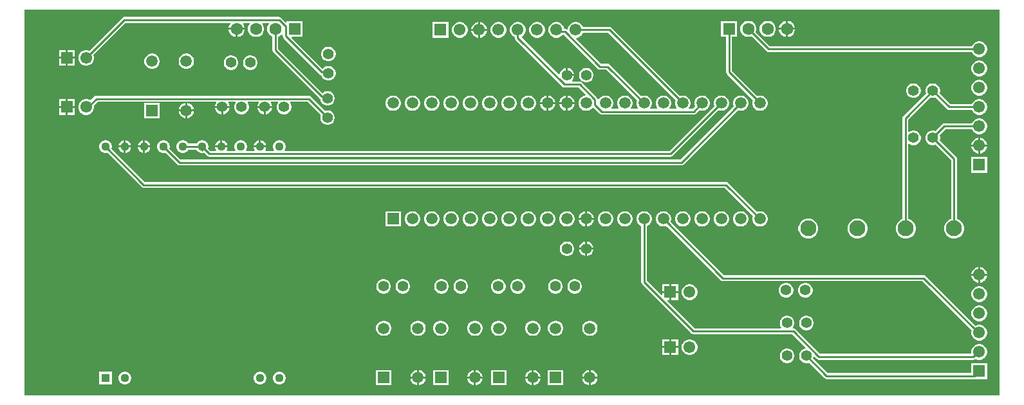
<source format=gbl>
G04*
G04 #@! TF.GenerationSoftware,Altium Limited,Altium Designer,21.8.1 (53)*
G04*
G04 Layer_Physical_Order=2*
G04 Layer_Color=16711680*
%FSLAX25Y25*%
%MOIN*%
G70*
G04*
G04 #@! TF.SameCoordinates,ADBD87D6-F356-4956-B268-16D96FCF202B*
G04*
G04*
G04 #@! TF.FilePolarity,Positive*
G04*
G01*
G75*
%ADD10C,0.01000*%
%ADD26C,0.05512*%
%ADD27C,0.04449*%
%ADD28R,0.04449X0.04449*%
%ADD29C,0.05906*%
%ADD30R,0.05906X0.05906*%
%ADD31R,0.06102X0.06102*%
%ADD32C,0.06102*%
%ADD33C,0.08268*%
%ADD34C,0.06299*%
%ADD35R,0.06299X0.06299*%
%ADD36R,0.06102X0.06102*%
G36*
X605000Y100000D02*
X100000D01*
Y300000D01*
X605000D01*
Y100000D01*
D02*
G37*
%LPC*%
G36*
X495546Y294150D02*
X495500D01*
Y290500D01*
X499150D01*
Y290546D01*
X498867Y291602D01*
X498320Y292548D01*
X497548Y293320D01*
X496602Y293867D01*
X495546Y294150D01*
D02*
G37*
G36*
X494500D02*
X494454D01*
X493398Y293867D01*
X492452Y293320D01*
X491679Y292548D01*
X491133Y291602D01*
X490850Y290546D01*
Y290500D01*
X494500D01*
Y294150D01*
D02*
G37*
G36*
X336033Y293551D02*
X336000D01*
Y290000D01*
X339551D01*
Y290033D01*
X339275Y291064D01*
X338742Y291987D01*
X337987Y292742D01*
X337064Y293275D01*
X336033Y293551D01*
D02*
G37*
G36*
X335000D02*
X334967D01*
X333936Y293275D01*
X333013Y292742D01*
X332258Y291987D01*
X331725Y291064D01*
X331449Y290033D01*
Y290000D01*
X335000D01*
Y293551D01*
D02*
G37*
G36*
X386033D02*
X384967D01*
X383936Y293275D01*
X383013Y292742D01*
X382258Y291987D01*
X381725Y291064D01*
X381449Y290033D01*
Y289947D01*
X380949Y289721D01*
X380625Y289937D01*
X380040Y290053D01*
X379546D01*
X379275Y291064D01*
X378742Y291987D01*
X377988Y292742D01*
X377064Y293275D01*
X376033Y293551D01*
X374967D01*
X373936Y293275D01*
X373012Y292742D01*
X372258Y291987D01*
X371725Y291064D01*
X371449Y290033D01*
Y288967D01*
X371725Y287936D01*
X372258Y287013D01*
X373012Y286258D01*
X373936Y285725D01*
X374967Y285449D01*
X376033D01*
X377064Y285725D01*
X377988Y286258D01*
X378724Y286994D01*
X379406D01*
X397001Y269400D01*
X397497Y269068D01*
X398082Y268952D01*
X401385D01*
X417315Y253022D01*
X417047Y252020D01*
Y250980D01*
X417317Y249974D01*
X417837Y249073D01*
X417871Y249039D01*
X417680Y248577D01*
X414320D01*
X414129Y249039D01*
X414163Y249073D01*
X414683Y249974D01*
X414953Y250980D01*
Y252020D01*
X414683Y253026D01*
X414163Y253927D01*
X413427Y254663D01*
X412526Y255183D01*
X411520Y255453D01*
X410480D01*
X409474Y255183D01*
X408573Y254663D01*
X407837Y253927D01*
X407317Y253026D01*
X407047Y252020D01*
Y250980D01*
X407317Y249974D01*
X407837Y249073D01*
X407871Y249039D01*
X407680Y248577D01*
X404320D01*
X404129Y249039D01*
X404163Y249073D01*
X404683Y249974D01*
X404953Y250980D01*
Y252020D01*
X404683Y253026D01*
X404163Y253927D01*
X403427Y254663D01*
X402526Y255183D01*
X401520Y255453D01*
X400480D01*
X399474Y255183D01*
X398573Y254663D01*
X397837Y253927D01*
X397482Y253312D01*
X397168Y253332D01*
X396967Y253420D01*
X396866Y253930D01*
X396534Y254426D01*
X388639Y262321D01*
X388143Y262652D01*
X387558Y262769D01*
X383787D01*
X383580Y263269D01*
X384005Y263694D01*
X384500Y264550D01*
X384754Y265500D01*
X381000D01*
Y266000D01*
X380500D01*
Y269754D01*
X379550Y269500D01*
X378694Y269005D01*
X377994Y268306D01*
X377500Y267450D01*
X377268Y266583D01*
X376798Y266347D01*
X357579Y285565D01*
X357645Y286060D01*
X357987Y286258D01*
X358742Y287013D01*
X359275Y287936D01*
X359551Y288967D01*
Y290033D01*
X359275Y291064D01*
X358742Y291987D01*
X357987Y292742D01*
X357064Y293275D01*
X356033Y293551D01*
X354967D01*
X353936Y293275D01*
X353012Y292742D01*
X352258Y291987D01*
X351725Y291064D01*
X351449Y290033D01*
Y288967D01*
X351725Y287936D01*
X352258Y287013D01*
X353012Y286258D01*
X353936Y285725D01*
X353971Y285716D01*
Y285481D01*
X354087Y284896D01*
X354419Y284400D01*
X378660Y260158D01*
X379157Y259826D01*
X379742Y259710D01*
X386924D01*
X390720Y255915D01*
X390528Y255453D01*
X390480D01*
X389474Y255183D01*
X388573Y254663D01*
X387837Y253927D01*
X387317Y253026D01*
X387047Y252020D01*
Y250980D01*
X387317Y249974D01*
X387837Y249073D01*
X388573Y248337D01*
X389474Y247817D01*
X390480Y247547D01*
X391520D01*
X392526Y247817D01*
X393427Y248337D01*
X394163Y249073D01*
X394252Y249227D01*
X394748Y249292D01*
X398074Y245966D01*
X398570Y245634D01*
X399156Y245518D01*
X446547D01*
X447132Y245634D01*
X447629Y245966D01*
X449478Y247815D01*
X450480Y247547D01*
X451520D01*
X452526Y247817D01*
X453427Y248337D01*
X454163Y249073D01*
X454683Y249974D01*
X454953Y250980D01*
Y252020D01*
X454683Y253026D01*
X454163Y253927D01*
X453427Y254663D01*
X452526Y255183D01*
X451520Y255453D01*
X450480D01*
X449474Y255183D01*
X448573Y254663D01*
X447837Y253927D01*
X447317Y253026D01*
X447047Y252020D01*
Y250980D01*
X447316Y249978D01*
X445914Y248577D01*
X444320D01*
X444129Y249039D01*
X444163Y249073D01*
X444683Y249974D01*
X444953Y250980D01*
Y252020D01*
X444683Y253026D01*
X444163Y253927D01*
X443427Y254663D01*
X442526Y255183D01*
X441520Y255453D01*
X440480D01*
X439478Y255185D01*
X404081Y290581D01*
X403585Y290913D01*
X403000Y291029D01*
X389284D01*
X389275Y291064D01*
X388742Y291987D01*
X387987Y292742D01*
X387064Y293275D01*
X386033Y293551D01*
D02*
G37*
G36*
X499150Y289500D02*
X495500D01*
Y285850D01*
X495546D01*
X496602Y286133D01*
X497548Y286680D01*
X498320Y287452D01*
X498867Y288398D01*
X499150Y289454D01*
Y289500D01*
D02*
G37*
G36*
X494500D02*
X490850D01*
Y289454D01*
X491133Y288398D01*
X491679Y287452D01*
X492452Y286680D01*
X493398Y286133D01*
X494454Y285850D01*
X494500D01*
Y289500D01*
D02*
G37*
G36*
X485546Y294150D02*
X484454D01*
X483398Y293867D01*
X482452Y293320D01*
X481679Y292548D01*
X481133Y291602D01*
X480850Y290546D01*
Y289454D01*
X481133Y288398D01*
X481679Y287452D01*
X482452Y286680D01*
X483398Y286133D01*
X484454Y285850D01*
X485546D01*
X486602Y286133D01*
X487548Y286680D01*
X488320Y287452D01*
X488867Y288398D01*
X489150Y289454D01*
Y290546D01*
X488867Y291602D01*
X488320Y292548D01*
X487548Y293320D01*
X486602Y293867D01*
X485546Y294150D01*
D02*
G37*
G36*
X214150Y289500D02*
X210500D01*
Y285850D01*
X210546D01*
X211602Y286133D01*
X212548Y286680D01*
X213320Y287452D01*
X213867Y288398D01*
X214150Y289454D01*
Y289500D01*
D02*
G37*
G36*
X209500D02*
X205850D01*
Y289454D01*
X206133Y288398D01*
X206680Y287452D01*
X207452Y286680D01*
X208398Y286133D01*
X209454Y285850D01*
X209500D01*
Y289500D01*
D02*
G37*
G36*
X366033Y293551D02*
X364967D01*
X363936Y293275D01*
X363013Y292742D01*
X362258Y291987D01*
X361725Y291064D01*
X361449Y290033D01*
Y288967D01*
X361725Y287936D01*
X362258Y287013D01*
X363013Y286258D01*
X363936Y285725D01*
X364967Y285449D01*
X366033D01*
X367064Y285725D01*
X367987Y286258D01*
X368742Y287013D01*
X369275Y287936D01*
X369551Y288967D01*
Y290033D01*
X369275Y291064D01*
X368742Y291987D01*
X367987Y292742D01*
X367064Y293275D01*
X366033Y293551D01*
D02*
G37*
G36*
X346033D02*
X344967D01*
X343936Y293275D01*
X343012Y292742D01*
X342258Y291987D01*
X341725Y291064D01*
X341449Y290033D01*
Y288967D01*
X341725Y287936D01*
X342258Y287013D01*
X343012Y286258D01*
X343936Y285725D01*
X344967Y285449D01*
X346033D01*
X347064Y285725D01*
X347988Y286258D01*
X348742Y287013D01*
X349275Y287936D01*
X349551Y288967D01*
Y290033D01*
X349275Y291064D01*
X348742Y291987D01*
X347988Y292742D01*
X347064Y293275D01*
X346033Y293551D01*
D02*
G37*
G36*
X339551Y289000D02*
X336000D01*
Y285449D01*
X336033D01*
X337064Y285725D01*
X337987Y286258D01*
X338742Y287013D01*
X339275Y287936D01*
X339551Y288967D01*
Y289000D01*
D02*
G37*
G36*
X335000D02*
X331449D01*
Y288967D01*
X331725Y287936D01*
X332258Y287013D01*
X333013Y286258D01*
X333936Y285725D01*
X334967Y285449D01*
X335000D01*
Y289000D01*
D02*
G37*
G36*
X326033Y293551D02*
X324967D01*
X323936Y293275D01*
X323012Y292742D01*
X322258Y291987D01*
X321725Y291064D01*
X321449Y290033D01*
Y288967D01*
X321725Y287936D01*
X322258Y287013D01*
X323012Y286258D01*
X323936Y285725D01*
X324967Y285449D01*
X326033D01*
X327064Y285725D01*
X327988Y286258D01*
X328742Y287013D01*
X329275Y287936D01*
X329551Y288967D01*
Y290033D01*
X329275Y291064D01*
X328742Y291987D01*
X327988Y292742D01*
X327064Y293275D01*
X326033Y293551D01*
D02*
G37*
G36*
X319551D02*
X311449D01*
Y285449D01*
X319551D01*
Y293551D01*
D02*
G37*
G36*
X126051Y279051D02*
X122500D01*
Y275500D01*
X126051D01*
Y279051D01*
D02*
G37*
G36*
X121500D02*
X117949D01*
Y275500D01*
X121500D01*
Y279051D01*
D02*
G37*
G36*
X475546Y294150D02*
X474454D01*
X473398Y293867D01*
X472452Y293320D01*
X471679Y292548D01*
X471133Y291602D01*
X470850Y290546D01*
Y289454D01*
X471133Y288398D01*
X471679Y287452D01*
X472452Y286680D01*
X473398Y286133D01*
X474454Y285850D01*
X475546D01*
X476602Y286133D01*
X476666Y286171D01*
X484419Y278419D01*
X484915Y278087D01*
X485500Y277971D01*
X590716D01*
X590725Y277936D01*
X591258Y277012D01*
X592013Y276258D01*
X592936Y275725D01*
X593967Y275449D01*
X595033D01*
X596064Y275725D01*
X596987Y276258D01*
X597742Y277012D01*
X598275Y277936D01*
X598551Y278967D01*
Y280033D01*
X598275Y281064D01*
X597742Y281988D01*
X596987Y282742D01*
X596064Y283275D01*
X595033Y283551D01*
X593967D01*
X592936Y283275D01*
X592013Y282742D01*
X591258Y281988D01*
X590725Y281064D01*
X590716Y281029D01*
X486133D01*
X478829Y288334D01*
X478867Y288398D01*
X479150Y289454D01*
Y290546D01*
X478867Y291602D01*
X478321Y292548D01*
X477548Y293320D01*
X476602Y293867D01*
X475546Y294150D01*
D02*
G37*
G36*
X257995Y280756D02*
X257006D01*
X256050Y280500D01*
X255194Y280006D01*
X254495Y279306D01*
X254000Y278450D01*
X253744Y277495D01*
Y276505D01*
X254000Y275550D01*
X254495Y274694D01*
X255194Y273994D01*
X256050Y273500D01*
X257006Y273244D01*
X257995D01*
X258950Y273500D01*
X259806Y273994D01*
X260506Y274694D01*
X261000Y275550D01*
X261256Y276505D01*
Y277495D01*
X261000Y278450D01*
X260506Y279306D01*
X259806Y280006D01*
X258950Y280500D01*
X257995Y280756D01*
D02*
G37*
G36*
X126051Y274500D02*
X122500D01*
Y270949D01*
X126051D01*
Y274500D01*
D02*
G37*
G36*
X121500D02*
X117949D01*
Y270949D01*
X121500D01*
Y274500D01*
D02*
G37*
G36*
X184379Y277248D02*
X183338D01*
X182333Y276979D01*
X181431Y276458D01*
X180695Y275722D01*
X180175Y274821D01*
X179905Y273816D01*
Y272775D01*
X180175Y271769D01*
X180695Y270868D01*
X181431Y270132D01*
X182333Y269612D01*
X183338Y269342D01*
X184379D01*
X185384Y269612D01*
X186285Y270132D01*
X187021Y270868D01*
X187542Y271769D01*
X187811Y272775D01*
Y273816D01*
X187542Y274821D01*
X187021Y275722D01*
X186285Y276458D01*
X185384Y276979D01*
X184379Y277248D01*
D02*
G37*
G36*
X166662D02*
X165621D01*
X164616Y276979D01*
X163715Y276458D01*
X162979Y275722D01*
X162458Y274821D01*
X162189Y273816D01*
Y272775D01*
X162458Y271769D01*
X162979Y270868D01*
X163715Y270132D01*
X164616Y269612D01*
X165621Y269342D01*
X166662D01*
X167667Y269612D01*
X168569Y270132D01*
X169305Y270868D01*
X169825Y271769D01*
X170095Y272775D01*
Y273816D01*
X169825Y274821D01*
X169305Y275722D01*
X168569Y276458D01*
X167667Y276979D01*
X166662Y277248D01*
D02*
G37*
G36*
X217495Y276256D02*
X216506D01*
X215550Y276000D01*
X214694Y275505D01*
X213995Y274806D01*
X213500Y273950D01*
X213244Y272994D01*
Y272006D01*
X213500Y271050D01*
X213995Y270194D01*
X214694Y269495D01*
X215550Y269000D01*
X216506Y268744D01*
X217495D01*
X218450Y269000D01*
X219306Y269495D01*
X220005Y270194D01*
X220500Y271050D01*
X220756Y272006D01*
Y272994D01*
X220500Y273950D01*
X220005Y274806D01*
X219306Y275505D01*
X218450Y276000D01*
X217495Y276256D01*
D02*
G37*
G36*
X207494D02*
X206505D01*
X205550Y276000D01*
X204694Y275505D01*
X203994Y274806D01*
X203500Y273950D01*
X203244Y272994D01*
Y272006D01*
X203500Y271050D01*
X203994Y270194D01*
X204694Y269495D01*
X205550Y269000D01*
X206505Y268744D01*
X207494D01*
X208450Y269000D01*
X209306Y269495D01*
X210005Y270194D01*
X210500Y271050D01*
X210756Y272006D01*
Y272994D01*
X210500Y273950D01*
X210005Y274806D01*
X209306Y275505D01*
X208450Y276000D01*
X207494Y276256D01*
D02*
G37*
G36*
X381500Y269754D02*
Y266500D01*
X384754D01*
X384500Y267450D01*
X384005Y268306D01*
X383306Y269005D01*
X382450Y269500D01*
X381500Y269754D01*
D02*
G37*
G36*
X595033Y273551D02*
X593967D01*
X592936Y273275D01*
X592013Y272742D01*
X591258Y271988D01*
X590725Y271064D01*
X590449Y270033D01*
Y268967D01*
X590725Y267936D01*
X591258Y267013D01*
X592013Y266258D01*
X592936Y265725D01*
X593967Y265449D01*
X595033D01*
X596064Y265725D01*
X596987Y266258D01*
X597742Y267013D01*
X598275Y267936D01*
X598551Y268967D01*
Y270033D01*
X598275Y271064D01*
X597742Y271988D01*
X596987Y272742D01*
X596064Y273275D01*
X595033Y273551D01*
D02*
G37*
G36*
X231926Y296179D02*
X151650D01*
X151064Y296063D01*
X150568Y295731D01*
X133595Y278757D01*
X133564Y278775D01*
X132533Y279051D01*
X131467D01*
X130436Y278775D01*
X129513Y278242D01*
X128758Y277487D01*
X128225Y276564D01*
X127949Y275533D01*
Y274467D01*
X128225Y273436D01*
X128758Y272513D01*
X129513Y271758D01*
X130436Y271225D01*
X131467Y270949D01*
X132533D01*
X133564Y271225D01*
X134487Y271758D01*
X135242Y272513D01*
X135775Y273436D01*
X136051Y274467D01*
Y275533D01*
X135775Y276564D01*
X135757Y276594D01*
X152283Y293120D01*
X206598D01*
X206790Y292658D01*
X206680Y292548D01*
X206133Y291602D01*
X205850Y290546D01*
Y290500D01*
X210000D01*
X214150D01*
Y290546D01*
X213867Y291602D01*
X213320Y292548D01*
X213210Y292658D01*
X213402Y293120D01*
X216599D01*
X216790Y292658D01*
X216680Y292548D01*
X216133Y291602D01*
X215850Y290546D01*
Y289454D01*
X216133Y288398D01*
X216680Y287452D01*
X217452Y286680D01*
X218398Y286133D01*
X219454Y285850D01*
X220546D01*
X221602Y286133D01*
X222548Y286680D01*
X223321Y287452D01*
X223867Y288398D01*
X224150Y289454D01*
Y290546D01*
X223867Y291602D01*
X223321Y292548D01*
X223210Y292658D01*
X223401Y293120D01*
X226599D01*
X226790Y292658D01*
X226679Y292548D01*
X226133Y291602D01*
X225850Y290546D01*
Y289454D01*
X226133Y288398D01*
X226679Y287452D01*
X227452Y286680D01*
X228398Y286133D01*
X228471Y286114D01*
Y279000D01*
X228587Y278415D01*
X228919Y277919D01*
X253055Y253782D01*
X253244Y253656D01*
Y253505D01*
X253500Y252550D01*
X253994Y251694D01*
X254694Y250994D01*
X255550Y250500D01*
X256505Y250244D01*
X257494D01*
X258450Y250500D01*
X259306Y250994D01*
X260005Y251694D01*
X260500Y252550D01*
X260756Y253505D01*
Y254495D01*
X260500Y255450D01*
X260005Y256306D01*
X259306Y257006D01*
X258450Y257500D01*
X257494Y257756D01*
X256505D01*
X255550Y257500D01*
X254694Y257006D01*
X254426Y256737D01*
X231529Y279633D01*
Y286114D01*
X231602Y286133D01*
X232548Y286680D01*
X233320Y287452D01*
X233338Y287482D01*
X233821Y287353D01*
Y286229D01*
X233937Y285644D01*
X234269Y285148D01*
X252949Y266468D01*
X253445Y266136D01*
X253866Y266053D01*
X254000Y265550D01*
X254495Y264694D01*
X255194Y263995D01*
X256050Y263500D01*
X257006Y263244D01*
X257995D01*
X258950Y263500D01*
X259806Y263995D01*
X260506Y264694D01*
X261000Y265550D01*
X261256Y266506D01*
Y267495D01*
X261000Y268450D01*
X260506Y269306D01*
X259806Y270005D01*
X258950Y270500D01*
X257995Y270756D01*
X257006D01*
X256050Y270500D01*
X255194Y270005D01*
X254495Y269306D01*
X254443Y269299D01*
X238354Y285388D01*
X238545Y285850D01*
X244150D01*
Y294150D01*
X235850D01*
Y293541D01*
X235388Y293350D01*
X233007Y295731D01*
X232511Y296063D01*
X231926Y296179D01*
D02*
G37*
G36*
X391494Y269756D02*
X390506D01*
X389550Y269500D01*
X388694Y269005D01*
X387995Y268306D01*
X387500Y267450D01*
X387244Y266494D01*
Y265506D01*
X387500Y264550D01*
X387995Y263694D01*
X388694Y262995D01*
X389550Y262500D01*
X390506Y262244D01*
X391494D01*
X392450Y262500D01*
X393306Y262995D01*
X394005Y263694D01*
X394500Y264550D01*
X394756Y265506D01*
Y266494D01*
X394500Y267450D01*
X394005Y268306D01*
X393306Y269005D01*
X392450Y269500D01*
X391494Y269756D01*
D02*
G37*
G36*
X595033Y263551D02*
X593967D01*
X592936Y263275D01*
X592013Y262742D01*
X591258Y261987D01*
X590725Y261064D01*
X590449Y260033D01*
Y258967D01*
X590725Y257936D01*
X591258Y257013D01*
X592013Y256258D01*
X592936Y255725D01*
X593967Y255449D01*
X595033D01*
X596064Y255725D01*
X596987Y256258D01*
X597742Y257013D01*
X598275Y257936D01*
X598551Y258967D01*
Y260033D01*
X598275Y261064D01*
X597742Y261987D01*
X596987Y262742D01*
X596064Y263275D01*
X595033Y263551D01*
D02*
G37*
G36*
X560994Y261756D02*
X560006D01*
X559050Y261500D01*
X558194Y261005D01*
X557494Y260306D01*
X557000Y259450D01*
X556744Y258494D01*
Y257505D01*
X557000Y256550D01*
X557494Y255694D01*
X558194Y254995D01*
X559050Y254500D01*
X560006Y254244D01*
X560994D01*
X561950Y254500D01*
X562806Y254995D01*
X563506Y255694D01*
X564000Y256550D01*
X564256Y257505D01*
Y258494D01*
X564000Y259450D01*
X563506Y260306D01*
X562806Y261005D01*
X561950Y261500D01*
X560994Y261756D01*
D02*
G37*
G36*
X247244Y255285D02*
X137256D01*
X136671Y255169D01*
X136174Y254837D01*
X134228Y252891D01*
X133564Y253275D01*
X132533Y253551D01*
X131467D01*
X130436Y253275D01*
X129513Y252742D01*
X128758Y251988D01*
X128225Y251064D01*
X127949Y250033D01*
Y248967D01*
X128225Y247936D01*
X128758Y247012D01*
X129513Y246258D01*
X130436Y245725D01*
X131467Y245449D01*
X132533D01*
X133564Y245725D01*
X134487Y246258D01*
X135242Y247012D01*
X135775Y247936D01*
X136051Y248967D01*
Y250033D01*
X135976Y250313D01*
X137889Y252226D01*
X199284D01*
X199449Y251727D01*
X199000Y250950D01*
X198746Y250000D01*
X206254D01*
X206000Y250950D01*
X205552Y251727D01*
X205716Y252226D01*
X209283D01*
X209449Y251727D01*
X209000Y250950D01*
X208744Y249994D01*
Y249006D01*
X209000Y248050D01*
X209494Y247194D01*
X210194Y246495D01*
X211050Y246000D01*
X212005Y245744D01*
X212995D01*
X213950Y246000D01*
X214806Y246495D01*
X215506Y247194D01*
X216000Y248050D01*
X216256Y249006D01*
Y249994D01*
X216000Y250950D01*
X215551Y251727D01*
X215717Y252226D01*
X221284D01*
X221448Y251727D01*
X221000Y250950D01*
X220746Y250000D01*
X228254D01*
X228000Y250950D01*
X227552Y251727D01*
X227716Y252226D01*
X231283D01*
X231449Y251727D01*
X231000Y250950D01*
X230744Y249994D01*
Y249006D01*
X231000Y248050D01*
X231494Y247194D01*
X232194Y246495D01*
X233050Y246000D01*
X234005Y245744D01*
X234995D01*
X235950Y246000D01*
X236806Y246495D01*
X237506Y247194D01*
X238000Y248050D01*
X238256Y249006D01*
Y249994D01*
X238000Y250950D01*
X237551Y251727D01*
X237717Y252226D01*
X246611D01*
X253476Y245361D01*
X253244Y244495D01*
Y243506D01*
X253500Y242550D01*
X253994Y241694D01*
X254694Y240995D01*
X255550Y240500D01*
X256505Y240244D01*
X257494D01*
X258450Y240500D01*
X259306Y240995D01*
X260005Y241694D01*
X260500Y242550D01*
X260756Y243506D01*
Y244495D01*
X260500Y245450D01*
X260005Y246306D01*
X259306Y247006D01*
X258450Y247500D01*
X257494Y247756D01*
X256505D01*
X255639Y247524D01*
X248325Y254837D01*
X247829Y255169D01*
X247244Y255285D01*
D02*
G37*
G36*
X381520Y255453D02*
X381500D01*
Y252000D01*
X384953D01*
Y252020D01*
X384683Y253026D01*
X384163Y253927D01*
X383427Y254663D01*
X382526Y255183D01*
X381520Y255453D01*
D02*
G37*
G36*
X371520D02*
X371500D01*
Y252000D01*
X374953D01*
Y252020D01*
X374683Y253026D01*
X374163Y253927D01*
X373427Y254663D01*
X372526Y255183D01*
X371520Y255453D01*
D02*
G37*
G36*
X380500D02*
X380480D01*
X379474Y255183D01*
X378573Y254663D01*
X377837Y253927D01*
X377317Y253026D01*
X377047Y252020D01*
Y252000D01*
X380500D01*
Y255453D01*
D02*
G37*
G36*
X370500D02*
X370480D01*
X369474Y255183D01*
X368573Y254663D01*
X367837Y253927D01*
X367317Y253026D01*
X367047Y252020D01*
Y252000D01*
X370500D01*
Y255453D01*
D02*
G37*
G36*
X126051Y253551D02*
X122500D01*
Y250000D01*
X126051D01*
Y253551D01*
D02*
G37*
G36*
X121500D02*
X117949D01*
Y250000D01*
X121500D01*
Y253551D01*
D02*
G37*
G36*
X184379Y251658D02*
X184358D01*
Y248205D01*
X187811D01*
Y248225D01*
X187542Y249230D01*
X187021Y250132D01*
X186285Y250868D01*
X185384Y251388D01*
X184379Y251658D01*
D02*
G37*
G36*
X183358D02*
X183338D01*
X182333Y251388D01*
X181431Y250868D01*
X180695Y250132D01*
X180175Y249230D01*
X179905Y248225D01*
Y248205D01*
X183358D01*
Y251658D01*
D02*
G37*
G36*
X469150Y294150D02*
X460850D01*
Y285850D01*
X463471D01*
Y267500D01*
X463587Y266915D01*
X463919Y266419D01*
X477316Y253022D01*
X477047Y252020D01*
Y250980D01*
X477317Y249974D01*
X477837Y249073D01*
X478573Y248337D01*
X479474Y247817D01*
X480480Y247547D01*
X481520D01*
X482526Y247817D01*
X483427Y248337D01*
X484163Y249073D01*
X484683Y249974D01*
X484953Y250980D01*
Y252020D01*
X484683Y253026D01*
X484163Y253927D01*
X483427Y254663D01*
X482526Y255183D01*
X481520Y255453D01*
X480480D01*
X479478Y255185D01*
X466529Y268133D01*
Y285850D01*
X469150D01*
Y294150D01*
D02*
G37*
G36*
X471520Y255453D02*
X470480D01*
X469474Y255183D01*
X468573Y254663D01*
X467837Y253927D01*
X467317Y253026D01*
X467047Y252020D01*
Y250980D01*
X467315Y249978D01*
X439642Y222305D01*
X180858D01*
X175090Y228073D01*
X175224Y228575D01*
Y229425D01*
X175005Y230245D01*
X174580Y230980D01*
X173980Y231580D01*
X173245Y232005D01*
X172424Y232224D01*
X171575D01*
X170755Y232005D01*
X170020Y231580D01*
X169420Y230980D01*
X168995Y230245D01*
X168776Y229425D01*
Y228575D01*
X168995Y227755D01*
X169420Y227020D01*
X170020Y226420D01*
X170755Y225995D01*
X171575Y225776D01*
X172424D01*
X172927Y225910D01*
X179143Y219694D01*
X179639Y219363D01*
X180224Y219246D01*
X440276D01*
X440861Y219363D01*
X441357Y219694D01*
X469478Y247815D01*
X470480Y247547D01*
X471520D01*
X472526Y247817D01*
X473427Y248337D01*
X474163Y249073D01*
X474683Y249974D01*
X474953Y250980D01*
Y252020D01*
X474683Y253026D01*
X474163Y253927D01*
X473427Y254663D01*
X472526Y255183D01*
X471520Y255453D01*
D02*
G37*
G36*
X461520D02*
X460480D01*
X459474Y255183D01*
X458573Y254663D01*
X457837Y253927D01*
X457317Y253026D01*
X457047Y252020D01*
Y250980D01*
X457315Y249978D01*
X434142Y226805D01*
X235033D01*
X234745Y227305D01*
X235005Y227755D01*
X235224Y228575D01*
Y229425D01*
X235005Y230245D01*
X234580Y230980D01*
X233980Y231580D01*
X233245Y232005D01*
X232424Y232224D01*
X231575D01*
X230755Y232005D01*
X230020Y231580D01*
X229420Y230980D01*
X228995Y230245D01*
X228776Y229425D01*
Y228575D01*
X228995Y227755D01*
X229255Y227305D01*
X228967Y226805D01*
X225033D01*
X224745Y227305D01*
X225005Y227755D01*
X225204Y228500D01*
X222000D01*
X218796D01*
X218995Y227755D01*
X219255Y227305D01*
X218967Y226805D01*
X215033D01*
X214745Y227305D01*
X215005Y227755D01*
X215224Y228575D01*
Y229425D01*
X215005Y230245D01*
X214580Y230980D01*
X213980Y231580D01*
X213245Y232005D01*
X212424Y232224D01*
X211576D01*
X210755Y232005D01*
X210020Y231580D01*
X209420Y230980D01*
X208995Y230245D01*
X208776Y229425D01*
Y228575D01*
X208995Y227755D01*
X209255Y227305D01*
X208967Y226805D01*
X205033D01*
X204745Y227305D01*
X205005Y227755D01*
X205204Y228500D01*
X202000D01*
X198796D01*
X198995Y227755D01*
X199255Y227305D01*
X198967Y226805D01*
X196358D01*
X195090Y228073D01*
X195224Y228575D01*
Y229425D01*
X195005Y230245D01*
X194580Y230980D01*
X193980Y231580D01*
X193245Y232005D01*
X192424Y232224D01*
X191576D01*
X190755Y232005D01*
X190020Y231580D01*
X189420Y230980D01*
X189160Y230529D01*
X184840D01*
X184580Y230980D01*
X183980Y231580D01*
X183245Y232005D01*
X182424Y232224D01*
X181576D01*
X180755Y232005D01*
X180020Y231580D01*
X179420Y230980D01*
X178995Y230245D01*
X178776Y229425D01*
Y228575D01*
X178995Y227755D01*
X179420Y227020D01*
X180020Y226420D01*
X180755Y225995D01*
X181576Y225776D01*
X182424D01*
X183245Y225995D01*
X183980Y226420D01*
X184580Y227020D01*
X184840Y227471D01*
X189160D01*
X189420Y227020D01*
X190020Y226420D01*
X190755Y225995D01*
X191129Y225895D01*
X191415Y225704D01*
X192000Y225588D01*
X192585Y225704D01*
X192871Y225895D01*
X192927Y225910D01*
X194643Y224194D01*
X195139Y223863D01*
X195724Y223746D01*
X434776D01*
X435361Y223863D01*
X435857Y224194D01*
X459478Y247815D01*
X460480Y247547D01*
X461520D01*
X462526Y247817D01*
X463427Y248337D01*
X464163Y249073D01*
X464683Y249974D01*
X464953Y250980D01*
Y252020D01*
X464683Y253026D01*
X464163Y253927D01*
X463427Y254663D01*
X462526Y255183D01*
X461520Y255453D01*
D02*
G37*
G36*
X384953Y251000D02*
X381500D01*
Y247547D01*
X381520D01*
X382526Y247817D01*
X383427Y248337D01*
X384163Y249073D01*
X384683Y249974D01*
X384953Y250980D01*
Y251000D01*
D02*
G37*
G36*
X380500D02*
X377047D01*
Y250980D01*
X377317Y249974D01*
X377837Y249073D01*
X378573Y248337D01*
X379474Y247817D01*
X380480Y247547D01*
X380500D01*
Y251000D01*
D02*
G37*
G36*
X374953D02*
X371500D01*
Y247547D01*
X371520D01*
X372526Y247817D01*
X373427Y248337D01*
X374163Y249073D01*
X374683Y249974D01*
X374953Y250980D01*
Y251000D01*
D02*
G37*
G36*
X370500D02*
X367047D01*
Y250980D01*
X367317Y249974D01*
X367837Y249073D01*
X368573Y248337D01*
X369474Y247817D01*
X370480Y247547D01*
X370500D01*
Y251000D01*
D02*
G37*
G36*
X361520Y255453D02*
X360480D01*
X359474Y255183D01*
X358573Y254663D01*
X357837Y253927D01*
X357317Y253026D01*
X357047Y252020D01*
Y250980D01*
X357317Y249974D01*
X357837Y249073D01*
X358573Y248337D01*
X359474Y247817D01*
X360480Y247547D01*
X361520D01*
X362526Y247817D01*
X363427Y248337D01*
X364163Y249073D01*
X364683Y249974D01*
X364953Y250980D01*
Y252020D01*
X364683Y253026D01*
X364163Y253927D01*
X363427Y254663D01*
X362526Y255183D01*
X361520Y255453D01*
D02*
G37*
G36*
X351520D02*
X350480D01*
X349474Y255183D01*
X348573Y254663D01*
X347837Y253927D01*
X347317Y253026D01*
X347047Y252020D01*
Y250980D01*
X347317Y249974D01*
X347837Y249073D01*
X348573Y248337D01*
X349474Y247817D01*
X350480Y247547D01*
X351520D01*
X352526Y247817D01*
X353427Y248337D01*
X354163Y249073D01*
X354683Y249974D01*
X354953Y250980D01*
Y252020D01*
X354683Y253026D01*
X354163Y253927D01*
X353427Y254663D01*
X352526Y255183D01*
X351520Y255453D01*
D02*
G37*
G36*
X341520D02*
X340480D01*
X339474Y255183D01*
X338573Y254663D01*
X337837Y253927D01*
X337317Y253026D01*
X337047Y252020D01*
Y250980D01*
X337317Y249974D01*
X337837Y249073D01*
X338573Y248337D01*
X339474Y247817D01*
X340480Y247547D01*
X341520D01*
X342526Y247817D01*
X343427Y248337D01*
X344163Y249073D01*
X344683Y249974D01*
X344953Y250980D01*
Y252020D01*
X344683Y253026D01*
X344163Y253927D01*
X343427Y254663D01*
X342526Y255183D01*
X341520Y255453D01*
D02*
G37*
G36*
X331520D02*
X330480D01*
X329474Y255183D01*
X328573Y254663D01*
X327837Y253927D01*
X327317Y253026D01*
X327047Y252020D01*
Y250980D01*
X327317Y249974D01*
X327837Y249073D01*
X328573Y248337D01*
X329474Y247817D01*
X330480Y247547D01*
X331520D01*
X332526Y247817D01*
X333427Y248337D01*
X334163Y249073D01*
X334683Y249974D01*
X334953Y250980D01*
Y252020D01*
X334683Y253026D01*
X334163Y253927D01*
X333427Y254663D01*
X332526Y255183D01*
X331520Y255453D01*
D02*
G37*
G36*
X321520D02*
X320480D01*
X319474Y255183D01*
X318573Y254663D01*
X317837Y253927D01*
X317317Y253026D01*
X317047Y252020D01*
Y250980D01*
X317317Y249974D01*
X317837Y249073D01*
X318573Y248337D01*
X319474Y247817D01*
X320480Y247547D01*
X321520D01*
X322526Y247817D01*
X323427Y248337D01*
X324163Y249073D01*
X324683Y249974D01*
X324953Y250980D01*
Y252020D01*
X324683Y253026D01*
X324163Y253927D01*
X323427Y254663D01*
X322526Y255183D01*
X321520Y255453D01*
D02*
G37*
G36*
X311520D02*
X310480D01*
X309474Y255183D01*
X308573Y254663D01*
X307837Y253927D01*
X307317Y253026D01*
X307047Y252020D01*
Y250980D01*
X307317Y249974D01*
X307837Y249073D01*
X308573Y248337D01*
X309474Y247817D01*
X310480Y247547D01*
X311520D01*
X312526Y247817D01*
X313427Y248337D01*
X314163Y249073D01*
X314683Y249974D01*
X314953Y250980D01*
Y252020D01*
X314683Y253026D01*
X314163Y253927D01*
X313427Y254663D01*
X312526Y255183D01*
X311520Y255453D01*
D02*
G37*
G36*
X301520D02*
X300480D01*
X299474Y255183D01*
X298573Y254663D01*
X297837Y253927D01*
X297317Y253026D01*
X297047Y252020D01*
Y250980D01*
X297317Y249974D01*
X297837Y249073D01*
X298573Y248337D01*
X299474Y247817D01*
X300480Y247547D01*
X301520D01*
X302526Y247817D01*
X303427Y248337D01*
X304163Y249073D01*
X304683Y249974D01*
X304953Y250980D01*
Y252020D01*
X304683Y253026D01*
X304163Y253927D01*
X303427Y254663D01*
X302526Y255183D01*
X301520Y255453D01*
D02*
G37*
G36*
X291520D02*
X290480D01*
X289474Y255183D01*
X288573Y254663D01*
X287837Y253927D01*
X287317Y253026D01*
X287047Y252020D01*
Y250980D01*
X287317Y249974D01*
X287837Y249073D01*
X288573Y248337D01*
X289474Y247817D01*
X290480Y247547D01*
X291520D01*
X292526Y247817D01*
X293427Y248337D01*
X294163Y249073D01*
X294683Y249974D01*
X294953Y250980D01*
Y252020D01*
X294683Y253026D01*
X294163Y253927D01*
X293427Y254663D01*
X292526Y255183D01*
X291520Y255453D01*
D02*
G37*
G36*
X228254Y249000D02*
X225000D01*
Y245746D01*
X225950Y246000D01*
X226806Y246495D01*
X227505Y247194D01*
X228000Y248050D01*
X228254Y249000D01*
D02*
G37*
G36*
X224000D02*
X220746D01*
X221000Y248050D01*
X221495Y247194D01*
X222194Y246495D01*
X223050Y246000D01*
X224000Y245746D01*
Y249000D01*
D02*
G37*
G36*
X206254D02*
X203000D01*
Y245746D01*
X203950Y246000D01*
X204806Y246495D01*
X205505Y247194D01*
X206000Y248050D01*
X206254Y249000D01*
D02*
G37*
G36*
X202000D02*
X198746D01*
X199000Y248050D01*
X199495Y247194D01*
X200194Y246495D01*
X201050Y246000D01*
X202000Y245746D01*
Y249000D01*
D02*
G37*
G36*
X570995Y261756D02*
X570006D01*
X569050Y261500D01*
X568194Y261005D01*
X567494Y260306D01*
X567000Y259450D01*
X566744Y258494D01*
Y257505D01*
X566976Y256639D01*
X555163Y244826D01*
X554831Y244329D01*
X554715Y243744D01*
Y191337D01*
X554518Y191284D01*
X553348Y190608D01*
X552392Y189652D01*
X551716Y188482D01*
X551366Y187176D01*
Y185824D01*
X551716Y184518D01*
X552392Y183348D01*
X553348Y182392D01*
X554518Y181716D01*
X555824Y181366D01*
X557176D01*
X558482Y181716D01*
X559652Y182392D01*
X560608Y183348D01*
X561284Y184518D01*
X561634Y185824D01*
Y187176D01*
X561284Y188482D01*
X560608Y189652D01*
X559652Y190608D01*
X558482Y191284D01*
X557773Y191474D01*
Y230283D01*
X558274Y230449D01*
X559050Y230000D01*
X560006Y229744D01*
X560994D01*
X561950Y230000D01*
X562806Y230494D01*
X563506Y231194D01*
X564000Y232050D01*
X564256Y233005D01*
Y233995D01*
X564000Y234950D01*
X563506Y235806D01*
X562806Y236506D01*
X561950Y237000D01*
X560994Y237256D01*
X560006D01*
X559050Y237000D01*
X558274Y236551D01*
X557773Y236717D01*
Y243111D01*
X569139Y254476D01*
X570006Y254244D01*
X570995D01*
X571861Y254476D01*
X577899Y248438D01*
X578395Y248106D01*
X578981Y247990D01*
X590710D01*
X590725Y247936D01*
X591258Y247012D01*
X592013Y246258D01*
X592936Y245725D01*
X593967Y245449D01*
X595033D01*
X596064Y245725D01*
X596987Y246258D01*
X597742Y247012D01*
X598275Y247936D01*
X598551Y248967D01*
Y250033D01*
X598275Y251064D01*
X597742Y251988D01*
X596987Y252742D01*
X596064Y253275D01*
X595033Y253551D01*
X593967D01*
X592936Y253275D01*
X592013Y252742D01*
X591258Y251988D01*
X590725Y251064D01*
X590721Y251049D01*
X579614D01*
X574024Y256639D01*
X574256Y257505D01*
Y258494D01*
X574000Y259450D01*
X573505Y260306D01*
X572806Y261005D01*
X571950Y261500D01*
X570995Y261756D01*
D02*
G37*
G36*
X126051Y249000D02*
X122500D01*
Y245449D01*
X126051D01*
Y249000D01*
D02*
G37*
G36*
X121500D02*
X117949D01*
Y245449D01*
X121500D01*
Y249000D01*
D02*
G37*
G36*
X187811Y247205D02*
X184358D01*
Y243752D01*
X184379D01*
X185384Y244021D01*
X186285Y244542D01*
X187021Y245278D01*
X187542Y246179D01*
X187811Y247184D01*
Y247205D01*
D02*
G37*
G36*
X183358D02*
X179905D01*
Y247184D01*
X180175Y246179D01*
X180695Y245278D01*
X181431Y244542D01*
X182333Y244021D01*
X183338Y243752D01*
X183358D01*
Y247205D01*
D02*
G37*
G36*
X170095Y251658D02*
X162189D01*
Y243752D01*
X170095D01*
Y251658D01*
D02*
G37*
G36*
X595033Y243551D02*
X593967D01*
X592936Y243275D01*
X592013Y242742D01*
X591258Y241987D01*
X590725Y241064D01*
X590716Y241029D01*
X576500D01*
X575915Y240913D01*
X575419Y240581D01*
X571861Y237024D01*
X570995Y237256D01*
X570006D01*
X569050Y237000D01*
X568194Y236506D01*
X567494Y235806D01*
X567000Y234950D01*
X566744Y233995D01*
Y233005D01*
X567000Y232050D01*
X567494Y231194D01*
X568194Y230494D01*
X569050Y230000D01*
X570006Y229744D01*
X570995D01*
X571861Y229976D01*
X579971Y221866D01*
Y191405D01*
X579518Y191284D01*
X578348Y190608D01*
X577392Y189652D01*
X576716Y188482D01*
X576366Y187176D01*
Y185824D01*
X576716Y184518D01*
X577392Y183348D01*
X578348Y182392D01*
X579518Y181716D01*
X580824Y181366D01*
X582176D01*
X583482Y181716D01*
X584652Y182392D01*
X585608Y183348D01*
X586284Y184518D01*
X586634Y185824D01*
Y187176D01*
X586284Y188482D01*
X585608Y189652D01*
X584652Y190608D01*
X583482Y191284D01*
X583029Y191405D01*
Y222500D01*
X582913Y223085D01*
X582581Y223581D01*
X574024Y232139D01*
X574256Y233005D01*
Y233995D01*
X574024Y234861D01*
X577134Y237971D01*
X590716D01*
X590725Y237936D01*
X591258Y237013D01*
X592013Y236258D01*
X592936Y235725D01*
X593967Y235449D01*
X595033D01*
X596064Y235725D01*
X596987Y236258D01*
X597742Y237013D01*
X598275Y237936D01*
X598551Y238967D01*
Y240033D01*
X598275Y241064D01*
X597742Y241987D01*
X596987Y242742D01*
X596064Y243275D01*
X595033Y243551D01*
D02*
G37*
G36*
Y233551D02*
X595000D01*
Y230000D01*
X598551D01*
Y230033D01*
X598275Y231064D01*
X597742Y231988D01*
X596987Y232742D01*
X596064Y233275D01*
X595033Y233551D01*
D02*
G37*
G36*
X594000D02*
X593967D01*
X592936Y233275D01*
X592013Y232742D01*
X591258Y231988D01*
X590725Y231064D01*
X590449Y230033D01*
Y230000D01*
X594000D01*
Y233551D01*
D02*
G37*
G36*
X222500Y232204D02*
Y229500D01*
X225204D01*
X225005Y230245D01*
X224580Y230980D01*
X223980Y231580D01*
X223245Y232005D01*
X222500Y232204D01*
D02*
G37*
G36*
X202500D02*
Y229500D01*
X205204D01*
X205005Y230245D01*
X204580Y230980D01*
X203980Y231580D01*
X203245Y232005D01*
X202500Y232204D01*
D02*
G37*
G36*
X162500D02*
Y229500D01*
X165204D01*
X165005Y230245D01*
X164580Y230980D01*
X163980Y231580D01*
X163245Y232005D01*
X162500Y232204D01*
D02*
G37*
G36*
X152500D02*
Y229500D01*
X155204D01*
X155005Y230245D01*
X154580Y230980D01*
X153980Y231580D01*
X153245Y232005D01*
X152500Y232204D01*
D02*
G37*
G36*
X221500D02*
X220755Y232005D01*
X220020Y231580D01*
X219420Y230980D01*
X218995Y230245D01*
X218796Y229500D01*
X221500D01*
Y232204D01*
D02*
G37*
G36*
X201500D02*
X200755Y232005D01*
X200020Y231580D01*
X199420Y230980D01*
X198995Y230245D01*
X198796Y229500D01*
X201500D01*
Y232204D01*
D02*
G37*
G36*
X161500D02*
X160755Y232005D01*
X160020Y231580D01*
X159420Y230980D01*
X158995Y230245D01*
X158796Y229500D01*
X161500D01*
Y232204D01*
D02*
G37*
G36*
X151500D02*
X150755Y232005D01*
X150020Y231580D01*
X149420Y230980D01*
X148995Y230245D01*
X148796Y229500D01*
X151500D01*
Y232204D01*
D02*
G37*
G36*
X165204Y228500D02*
X162500D01*
Y225796D01*
X163245Y225995D01*
X163980Y226420D01*
X164580Y227020D01*
X165005Y227755D01*
X165204Y228500D01*
D02*
G37*
G36*
X155204D02*
X152500D01*
Y225796D01*
X153245Y225995D01*
X153980Y226420D01*
X154580Y227020D01*
X155005Y227755D01*
X155204Y228500D01*
D02*
G37*
G36*
X161500D02*
X158796D01*
X158995Y227755D01*
X159420Y227020D01*
X160020Y226420D01*
X160755Y225995D01*
X161500Y225796D01*
Y228500D01*
D02*
G37*
G36*
X151500D02*
X148796D01*
X148995Y227755D01*
X149420Y227020D01*
X150020Y226420D01*
X150755Y225995D01*
X151500Y225796D01*
Y228500D01*
D02*
G37*
G36*
X598551Y229000D02*
X595000D01*
Y225449D01*
X595033D01*
X596064Y225725D01*
X596987Y226258D01*
X597742Y227012D01*
X598275Y227936D01*
X598551Y228967D01*
Y229000D01*
D02*
G37*
G36*
X594000D02*
X590449D01*
Y228967D01*
X590725Y227936D01*
X591258Y227012D01*
X592013Y226258D01*
X592936Y225725D01*
X593967Y225449D01*
X594000D01*
Y229000D01*
D02*
G37*
G36*
X598551Y223551D02*
X590449D01*
Y215449D01*
X598551D01*
Y223551D01*
D02*
G37*
G36*
X391520Y195453D02*
X391500D01*
Y192000D01*
X394953D01*
Y192020D01*
X394683Y193026D01*
X394163Y193927D01*
X393427Y194663D01*
X392526Y195183D01*
X391520Y195453D01*
D02*
G37*
G36*
X390500D02*
X390480D01*
X389474Y195183D01*
X388573Y194663D01*
X387837Y193927D01*
X387317Y193026D01*
X387047Y192020D01*
Y192000D01*
X390500D01*
Y195453D01*
D02*
G37*
G36*
X142424Y232224D02*
X141576D01*
X140755Y232005D01*
X140020Y231580D01*
X139420Y230980D01*
X138995Y230245D01*
X138776Y229425D01*
Y228575D01*
X138995Y227755D01*
X139420Y227020D01*
X140020Y226420D01*
X140755Y225995D01*
X141576Y225776D01*
X142424D01*
X142927Y225910D01*
X160779Y208058D01*
X161275Y207726D01*
X161861Y207610D01*
X462727D01*
X477316Y193022D01*
X477047Y192020D01*
Y190980D01*
X477317Y189974D01*
X477837Y189073D01*
X478573Y188337D01*
X479474Y187817D01*
X480480Y187547D01*
X481520D01*
X482526Y187817D01*
X483427Y188337D01*
X484163Y189073D01*
X484683Y189974D01*
X484953Y190980D01*
Y192020D01*
X484683Y193026D01*
X484163Y193927D01*
X483427Y194663D01*
X482526Y195183D01*
X481520Y195453D01*
X480480D01*
X479478Y195185D01*
X464442Y210221D01*
X463946Y210552D01*
X463361Y210669D01*
X162494D01*
X145090Y228073D01*
X145224Y228575D01*
Y229425D01*
X145005Y230245D01*
X144580Y230980D01*
X143980Y231580D01*
X143245Y232005D01*
X142424Y232224D01*
D02*
G37*
G36*
X471520Y195453D02*
X470480D01*
X469474Y195183D01*
X468573Y194663D01*
X467837Y193927D01*
X467317Y193026D01*
X467047Y192020D01*
Y190980D01*
X467317Y189974D01*
X467837Y189073D01*
X468573Y188337D01*
X469474Y187817D01*
X470480Y187547D01*
X471520D01*
X472526Y187817D01*
X473427Y188337D01*
X474163Y189073D01*
X474683Y189974D01*
X474953Y190980D01*
Y192020D01*
X474683Y193026D01*
X474163Y193927D01*
X473427Y194663D01*
X472526Y195183D01*
X471520Y195453D01*
D02*
G37*
G36*
X461520D02*
X460480D01*
X459474Y195183D01*
X458573Y194663D01*
X457837Y193927D01*
X457317Y193026D01*
X457047Y192020D01*
Y190980D01*
X457317Y189974D01*
X457837Y189073D01*
X458573Y188337D01*
X459474Y187817D01*
X460480Y187547D01*
X461520D01*
X462526Y187817D01*
X463427Y188337D01*
X464163Y189073D01*
X464683Y189974D01*
X464953Y190980D01*
Y192020D01*
X464683Y193026D01*
X464163Y193927D01*
X463427Y194663D01*
X462526Y195183D01*
X461520Y195453D01*
D02*
G37*
G36*
X451520D02*
X450480D01*
X449474Y195183D01*
X448573Y194663D01*
X447837Y193927D01*
X447317Y193026D01*
X447047Y192020D01*
Y190980D01*
X447317Y189974D01*
X447837Y189073D01*
X448573Y188337D01*
X449474Y187817D01*
X450480Y187547D01*
X451520D01*
X452526Y187817D01*
X453427Y188337D01*
X454163Y189073D01*
X454683Y189974D01*
X454953Y190980D01*
Y192020D01*
X454683Y193026D01*
X454163Y193927D01*
X453427Y194663D01*
X452526Y195183D01*
X451520Y195453D01*
D02*
G37*
G36*
X441520D02*
X440480D01*
X439474Y195183D01*
X438573Y194663D01*
X437837Y193927D01*
X437317Y193026D01*
X437047Y192020D01*
Y190980D01*
X437317Y189974D01*
X437837Y189073D01*
X438573Y188337D01*
X439474Y187817D01*
X440480Y187547D01*
X441520D01*
X442526Y187817D01*
X443427Y188337D01*
X444163Y189073D01*
X444683Y189974D01*
X444953Y190980D01*
Y192020D01*
X444683Y193026D01*
X444163Y193927D01*
X443427Y194663D01*
X442526Y195183D01*
X441520Y195453D01*
D02*
G37*
G36*
X411520D02*
X410480D01*
X409474Y195183D01*
X408573Y194663D01*
X407837Y193927D01*
X407317Y193026D01*
X407047Y192020D01*
Y190980D01*
X407317Y189974D01*
X407837Y189073D01*
X408573Y188337D01*
X409474Y187817D01*
X410480Y187547D01*
X411520D01*
X412526Y187817D01*
X413427Y188337D01*
X414163Y189073D01*
X414683Y189974D01*
X414953Y190980D01*
Y192020D01*
X414683Y193026D01*
X414163Y193927D01*
X413427Y194663D01*
X412526Y195183D01*
X411520Y195453D01*
D02*
G37*
G36*
X401520D02*
X400480D01*
X399474Y195183D01*
X398573Y194663D01*
X397837Y193927D01*
X397317Y193026D01*
X397047Y192020D01*
Y190980D01*
X397317Y189974D01*
X397837Y189073D01*
X398573Y188337D01*
X399474Y187817D01*
X400480Y187547D01*
X401520D01*
X402526Y187817D01*
X403427Y188337D01*
X404163Y189073D01*
X404683Y189974D01*
X404953Y190980D01*
Y192020D01*
X404683Y193026D01*
X404163Y193927D01*
X403427Y194663D01*
X402526Y195183D01*
X401520Y195453D01*
D02*
G37*
G36*
X394953Y191000D02*
X391500D01*
Y187547D01*
X391520D01*
X392526Y187817D01*
X393427Y188337D01*
X394163Y189073D01*
X394683Y189974D01*
X394953Y190980D01*
Y191000D01*
D02*
G37*
G36*
X390500D02*
X387047D01*
Y190980D01*
X387317Y189974D01*
X387837Y189073D01*
X388573Y188337D01*
X389474Y187817D01*
X390480Y187547D01*
X390500D01*
Y191000D01*
D02*
G37*
G36*
X381520Y195453D02*
X380480D01*
X379474Y195183D01*
X378573Y194663D01*
X377837Y193927D01*
X377317Y193026D01*
X377047Y192020D01*
Y190980D01*
X377317Y189974D01*
X377837Y189073D01*
X378573Y188337D01*
X379474Y187817D01*
X380480Y187547D01*
X381520D01*
X382526Y187817D01*
X383427Y188337D01*
X384163Y189073D01*
X384683Y189974D01*
X384953Y190980D01*
Y192020D01*
X384683Y193026D01*
X384163Y193927D01*
X383427Y194663D01*
X382526Y195183D01*
X381520Y195453D01*
D02*
G37*
G36*
X371520D02*
X370480D01*
X369474Y195183D01*
X368573Y194663D01*
X367837Y193927D01*
X367317Y193026D01*
X367047Y192020D01*
Y190980D01*
X367317Y189974D01*
X367837Y189073D01*
X368573Y188337D01*
X369474Y187817D01*
X370480Y187547D01*
X371520D01*
X372526Y187817D01*
X373427Y188337D01*
X374163Y189073D01*
X374683Y189974D01*
X374953Y190980D01*
Y192020D01*
X374683Y193026D01*
X374163Y193927D01*
X373427Y194663D01*
X372526Y195183D01*
X371520Y195453D01*
D02*
G37*
G36*
X361520D02*
X360480D01*
X359474Y195183D01*
X358573Y194663D01*
X357837Y193927D01*
X357317Y193026D01*
X357047Y192020D01*
Y190980D01*
X357317Y189974D01*
X357837Y189073D01*
X358573Y188337D01*
X359474Y187817D01*
X360480Y187547D01*
X361520D01*
X362526Y187817D01*
X363427Y188337D01*
X364163Y189073D01*
X364683Y189974D01*
X364953Y190980D01*
Y192020D01*
X364683Y193026D01*
X364163Y193927D01*
X363427Y194663D01*
X362526Y195183D01*
X361520Y195453D01*
D02*
G37*
G36*
X351520D02*
X350480D01*
X349474Y195183D01*
X348573Y194663D01*
X347837Y193927D01*
X347317Y193026D01*
X347047Y192020D01*
Y190980D01*
X347317Y189974D01*
X347837Y189073D01*
X348573Y188337D01*
X349474Y187817D01*
X350480Y187547D01*
X351520D01*
X352526Y187817D01*
X353427Y188337D01*
X354163Y189073D01*
X354683Y189974D01*
X354953Y190980D01*
Y192020D01*
X354683Y193026D01*
X354163Y193927D01*
X353427Y194663D01*
X352526Y195183D01*
X351520Y195453D01*
D02*
G37*
G36*
X341520D02*
X340480D01*
X339474Y195183D01*
X338573Y194663D01*
X337837Y193927D01*
X337317Y193026D01*
X337047Y192020D01*
Y190980D01*
X337317Y189974D01*
X337837Y189073D01*
X338573Y188337D01*
X339474Y187817D01*
X340480Y187547D01*
X341520D01*
X342526Y187817D01*
X343427Y188337D01*
X344163Y189073D01*
X344683Y189974D01*
X344953Y190980D01*
Y192020D01*
X344683Y193026D01*
X344163Y193927D01*
X343427Y194663D01*
X342526Y195183D01*
X341520Y195453D01*
D02*
G37*
G36*
X331520D02*
X330480D01*
X329474Y195183D01*
X328573Y194663D01*
X327837Y193927D01*
X327317Y193026D01*
X327047Y192020D01*
Y190980D01*
X327317Y189974D01*
X327837Y189073D01*
X328573Y188337D01*
X329474Y187817D01*
X330480Y187547D01*
X331520D01*
X332526Y187817D01*
X333427Y188337D01*
X334163Y189073D01*
X334683Y189974D01*
X334953Y190980D01*
Y192020D01*
X334683Y193026D01*
X334163Y193927D01*
X333427Y194663D01*
X332526Y195183D01*
X331520Y195453D01*
D02*
G37*
G36*
X321520D02*
X320480D01*
X319474Y195183D01*
X318573Y194663D01*
X317837Y193927D01*
X317317Y193026D01*
X317047Y192020D01*
Y190980D01*
X317317Y189974D01*
X317837Y189073D01*
X318573Y188337D01*
X319474Y187817D01*
X320480Y187547D01*
X321520D01*
X322526Y187817D01*
X323427Y188337D01*
X324163Y189073D01*
X324683Y189974D01*
X324953Y190980D01*
Y192020D01*
X324683Y193026D01*
X324163Y193927D01*
X323427Y194663D01*
X322526Y195183D01*
X321520Y195453D01*
D02*
G37*
G36*
X311520D02*
X310480D01*
X309474Y195183D01*
X308573Y194663D01*
X307837Y193927D01*
X307317Y193026D01*
X307047Y192020D01*
Y190980D01*
X307317Y189974D01*
X307837Y189073D01*
X308573Y188337D01*
X309474Y187817D01*
X310480Y187547D01*
X311520D01*
X312526Y187817D01*
X313427Y188337D01*
X314163Y189073D01*
X314683Y189974D01*
X314953Y190980D01*
Y192020D01*
X314683Y193026D01*
X314163Y193927D01*
X313427Y194663D01*
X312526Y195183D01*
X311520Y195453D01*
D02*
G37*
G36*
X301520D02*
X300480D01*
X299474Y195183D01*
X298573Y194663D01*
X297837Y193927D01*
X297317Y193026D01*
X297047Y192020D01*
Y190980D01*
X297317Y189974D01*
X297837Y189073D01*
X298573Y188337D01*
X299474Y187817D01*
X300480Y187547D01*
X301520D01*
X302526Y187817D01*
X303427Y188337D01*
X304163Y189073D01*
X304683Y189974D01*
X304953Y190980D01*
Y192020D01*
X304683Y193026D01*
X304163Y193927D01*
X303427Y194663D01*
X302526Y195183D01*
X301520Y195453D01*
D02*
G37*
G36*
X294953D02*
X287047D01*
Y187547D01*
X294953D01*
Y195453D01*
D02*
G37*
G36*
X532176Y191634D02*
X530824D01*
X529518Y191284D01*
X528348Y190608D01*
X527392Y189652D01*
X526716Y188482D01*
X526366Y187176D01*
Y185824D01*
X526716Y184518D01*
X527392Y183348D01*
X528348Y182392D01*
X529518Y181716D01*
X530824Y181366D01*
X532176D01*
X533482Y181716D01*
X534652Y182392D01*
X535608Y183348D01*
X536284Y184518D01*
X536634Y185824D01*
Y187176D01*
X536284Y188482D01*
X535608Y189652D01*
X534652Y190608D01*
X533482Y191284D01*
X532176Y191634D01*
D02*
G37*
G36*
X506676D02*
X505324D01*
X504018Y191284D01*
X502848Y190608D01*
X501892Y189652D01*
X501216Y188482D01*
X500866Y187176D01*
Y185824D01*
X501216Y184518D01*
X501892Y183348D01*
X502848Y182392D01*
X504018Y181716D01*
X505324Y181366D01*
X506676D01*
X507982Y181716D01*
X509152Y182392D01*
X510108Y183348D01*
X510784Y184518D01*
X511134Y185824D01*
Y187176D01*
X510784Y188482D01*
X510108Y189652D01*
X509152Y190608D01*
X507982Y191284D01*
X506676Y191634D01*
D02*
G37*
G36*
X391500Y179754D02*
Y176500D01*
X394754D01*
X394500Y177450D01*
X394005Y178306D01*
X393306Y179006D01*
X392450Y179500D01*
X391500Y179754D01*
D02*
G37*
G36*
X390500D02*
X389550Y179500D01*
X388694Y179006D01*
X387995Y178306D01*
X387500Y177450D01*
X387246Y176500D01*
X390500D01*
Y179754D01*
D02*
G37*
G36*
X394754Y175500D02*
X391500D01*
Y172246D01*
X392450Y172500D01*
X393306Y172994D01*
X394005Y173694D01*
X394500Y174550D01*
X394754Y175500D01*
D02*
G37*
G36*
X390500D02*
X387246D01*
X387500Y174550D01*
X387995Y173694D01*
X388694Y172994D01*
X389550Y172500D01*
X390500Y172246D01*
Y175500D01*
D02*
G37*
G36*
X381494Y179756D02*
X380505D01*
X379550Y179500D01*
X378694Y179006D01*
X377994Y178306D01*
X377500Y177450D01*
X377244Y176495D01*
Y175505D01*
X377500Y174550D01*
X377994Y173694D01*
X378694Y172994D01*
X379550Y172500D01*
X380505Y172244D01*
X381494D01*
X382450Y172500D01*
X383306Y172994D01*
X384005Y173694D01*
X384500Y174550D01*
X384756Y175505D01*
Y176495D01*
X384500Y177450D01*
X384005Y178306D01*
X383306Y179006D01*
X382450Y179500D01*
X381494Y179756D01*
D02*
G37*
G36*
X595033Y166551D02*
X595000D01*
Y163000D01*
X598551D01*
Y163033D01*
X598275Y164064D01*
X597742Y164988D01*
X596987Y165742D01*
X596064Y166275D01*
X595033Y166551D01*
D02*
G37*
G36*
X594000D02*
X593967D01*
X592936Y166275D01*
X592013Y165742D01*
X591258Y164988D01*
X590725Y164064D01*
X590449Y163033D01*
Y163000D01*
X594000D01*
Y166551D01*
D02*
G37*
G36*
X598551Y162000D02*
X595000D01*
Y158449D01*
X595033D01*
X596064Y158725D01*
X596987Y159258D01*
X597742Y160012D01*
X598275Y160936D01*
X598551Y161967D01*
Y162000D01*
D02*
G37*
G36*
X594000D02*
X590449D01*
Y161967D01*
X590725Y160936D01*
X591258Y160012D01*
X592013Y159258D01*
X592936Y158725D01*
X593967Y158449D01*
X594000D01*
Y162000D01*
D02*
G37*
G36*
X438551Y157551D02*
X435000D01*
Y154000D01*
X438551D01*
Y157551D01*
D02*
G37*
G36*
X434000D02*
X430449D01*
Y154000D01*
X434000D01*
Y157551D01*
D02*
G37*
G36*
X385494Y160256D02*
X384506D01*
X383550Y160000D01*
X382694Y159505D01*
X381995Y158806D01*
X381500Y157950D01*
X381244Y156994D01*
Y156006D01*
X381500Y155050D01*
X381995Y154194D01*
X382694Y153495D01*
X383550Y153000D01*
X384506Y152744D01*
X385494D01*
X386450Y153000D01*
X387306Y153495D01*
X388005Y154194D01*
X388500Y155050D01*
X388756Y156006D01*
Y156994D01*
X388500Y157950D01*
X388005Y158806D01*
X387306Y159505D01*
X386450Y160000D01*
X385494Y160256D01*
D02*
G37*
G36*
X375495D02*
X374505D01*
X373550Y160000D01*
X372694Y159505D01*
X371994Y158806D01*
X371500Y157950D01*
X371244Y156994D01*
Y156006D01*
X371500Y155050D01*
X371994Y154194D01*
X372694Y153495D01*
X373550Y153000D01*
X374505Y152744D01*
X375495D01*
X376450Y153000D01*
X377306Y153495D01*
X378006Y154194D01*
X378500Y155050D01*
X378756Y156006D01*
Y156994D01*
X378500Y157950D01*
X378006Y158806D01*
X377306Y159505D01*
X376450Y160000D01*
X375495Y160256D01*
D02*
G37*
G36*
X355995D02*
X355006D01*
X354050Y160000D01*
X353194Y159505D01*
X352495Y158806D01*
X352000Y157950D01*
X351744Y156994D01*
Y156006D01*
X352000Y155050D01*
X352495Y154194D01*
X353194Y153495D01*
X354050Y153000D01*
X355006Y152744D01*
X355995D01*
X356950Y153000D01*
X357806Y153495D01*
X358506Y154194D01*
X359000Y155050D01*
X359256Y156006D01*
Y156994D01*
X359000Y157950D01*
X358506Y158806D01*
X357806Y159505D01*
X356950Y160000D01*
X355995Y160256D01*
D02*
G37*
G36*
X345994D02*
X345005D01*
X344050Y160000D01*
X343194Y159505D01*
X342495Y158806D01*
X342000Y157950D01*
X341744Y156994D01*
Y156006D01*
X342000Y155050D01*
X342495Y154194D01*
X343194Y153495D01*
X344050Y153000D01*
X345005Y152744D01*
X345994D01*
X346950Y153000D01*
X347806Y153495D01*
X348505Y154194D01*
X349000Y155050D01*
X349256Y156006D01*
Y156994D01*
X349000Y157950D01*
X348505Y158806D01*
X347806Y159505D01*
X346950Y160000D01*
X345994Y160256D01*
D02*
G37*
G36*
X326495D02*
X325505D01*
X324550Y160000D01*
X323694Y159505D01*
X322994Y158806D01*
X322500Y157950D01*
X322244Y156994D01*
Y156006D01*
X322500Y155050D01*
X322994Y154194D01*
X323694Y153495D01*
X324550Y153000D01*
X325505Y152744D01*
X326495D01*
X327450Y153000D01*
X328306Y153495D01*
X329006Y154194D01*
X329500Y155050D01*
X329756Y156006D01*
Y156994D01*
X329500Y157950D01*
X329006Y158806D01*
X328306Y159505D01*
X327450Y160000D01*
X326495Y160256D01*
D02*
G37*
G36*
X316494D02*
X315506D01*
X314550Y160000D01*
X313694Y159505D01*
X312995Y158806D01*
X312500Y157950D01*
X312244Y156994D01*
Y156006D01*
X312500Y155050D01*
X312995Y154194D01*
X313694Y153495D01*
X314550Y153000D01*
X315506Y152744D01*
X316494D01*
X317450Y153000D01*
X318306Y153495D01*
X319005Y154194D01*
X319500Y155050D01*
X319756Y156006D01*
Y156994D01*
X319500Y157950D01*
X319005Y158806D01*
X318306Y159505D01*
X317450Y160000D01*
X316494Y160256D01*
D02*
G37*
G36*
X296495D02*
X295505D01*
X294550Y160000D01*
X293694Y159505D01*
X292994Y158806D01*
X292500Y157950D01*
X292244Y156994D01*
Y156006D01*
X292500Y155050D01*
X292994Y154194D01*
X293694Y153495D01*
X294550Y153000D01*
X295505Y152744D01*
X296495D01*
X297450Y153000D01*
X298306Y153495D01*
X299006Y154194D01*
X299500Y155050D01*
X299756Y156006D01*
Y156994D01*
X299500Y157950D01*
X299006Y158806D01*
X298306Y159505D01*
X297450Y160000D01*
X296495Y160256D01*
D02*
G37*
G36*
X286494D02*
X285506D01*
X284550Y160000D01*
X283694Y159505D01*
X282995Y158806D01*
X282500Y157950D01*
X282244Y156994D01*
Y156006D01*
X282500Y155050D01*
X282995Y154194D01*
X283694Y153495D01*
X284550Y153000D01*
X285506Y152744D01*
X286494D01*
X287450Y153000D01*
X288306Y153495D01*
X289005Y154194D01*
X289500Y155050D01*
X289756Y156006D01*
Y156994D01*
X289500Y157950D01*
X289005Y158806D01*
X288306Y159505D01*
X287450Y160000D01*
X286494Y160256D01*
D02*
G37*
G36*
X504994Y158256D02*
X504005D01*
X503050Y158000D01*
X502194Y157506D01*
X501495Y156806D01*
X501000Y155950D01*
X500744Y154994D01*
Y154006D01*
X501000Y153050D01*
X501495Y152194D01*
X502194Y151495D01*
X503050Y151000D01*
X504005Y150744D01*
X504994D01*
X505950Y151000D01*
X506806Y151495D01*
X507506Y152194D01*
X508000Y153050D01*
X508256Y154006D01*
Y154994D01*
X508000Y155950D01*
X507506Y156806D01*
X506806Y157506D01*
X505950Y158000D01*
X504994Y158256D01*
D02*
G37*
G36*
X494994D02*
X494005D01*
X493050Y158000D01*
X492194Y157506D01*
X491495Y156806D01*
X491000Y155950D01*
X490744Y154994D01*
Y154006D01*
X491000Y153050D01*
X491495Y152194D01*
X492194Y151495D01*
X493050Y151000D01*
X494005Y150744D01*
X494994D01*
X495950Y151000D01*
X496806Y151495D01*
X497506Y152194D01*
X498000Y153050D01*
X498256Y154006D01*
Y154994D01*
X498000Y155950D01*
X497506Y156806D01*
X496806Y157506D01*
X495950Y158000D01*
X494994Y158256D01*
D02*
G37*
G36*
X445033Y157551D02*
X443967D01*
X442936Y157275D01*
X442013Y156742D01*
X441258Y155988D01*
X440725Y155064D01*
X440449Y154033D01*
Y152967D01*
X440725Y151936D01*
X441258Y151013D01*
X442013Y150258D01*
X442936Y149725D01*
X443967Y149449D01*
X445033D01*
X446064Y149725D01*
X446987Y150258D01*
X447742Y151013D01*
X448275Y151936D01*
X448551Y152967D01*
Y154033D01*
X448275Y155064D01*
X447742Y155988D01*
X446987Y156742D01*
X446064Y157275D01*
X445033Y157551D01*
D02*
G37*
G36*
X438551Y153000D02*
X435000D01*
Y149449D01*
X438551D01*
Y153000D01*
D02*
G37*
G36*
X595033Y156551D02*
X593967D01*
X592936Y156275D01*
X592013Y155742D01*
X591258Y154988D01*
X590725Y154064D01*
X590449Y153033D01*
Y151967D01*
X590725Y150936D01*
X591258Y150013D01*
X592013Y149258D01*
X592936Y148725D01*
X593967Y148449D01*
X595033D01*
X596064Y148725D01*
X596987Y149258D01*
X597742Y150013D01*
X598275Y150936D01*
X598551Y151967D01*
Y153033D01*
X598275Y154064D01*
X597742Y154988D01*
X596987Y155742D01*
X596064Y156275D01*
X595033Y156551D01*
D02*
G37*
G36*
Y146551D02*
X593967D01*
X592936Y146275D01*
X592013Y145742D01*
X591258Y144987D01*
X590725Y144064D01*
X590449Y143033D01*
Y141967D01*
X590725Y140936D01*
X591258Y140013D01*
X592013Y139258D01*
X592936Y138725D01*
X593967Y138449D01*
X595033D01*
X596064Y138725D01*
X596987Y139258D01*
X597742Y140013D01*
X598275Y140936D01*
X598551Y141967D01*
Y143033D01*
X598275Y144064D01*
X597742Y144987D01*
X596987Y145742D01*
X596064Y146275D01*
X595033Y146551D01*
D02*
G37*
G36*
X505494Y141256D02*
X504505D01*
X503550Y141000D01*
X502694Y140506D01*
X501995Y139806D01*
X501500Y138950D01*
X501244Y137995D01*
Y137005D01*
X501500Y136050D01*
X501995Y135194D01*
X502694Y134494D01*
X503550Y134000D01*
X504505Y133744D01*
X505494D01*
X506450Y134000D01*
X507306Y134494D01*
X508006Y135194D01*
X508500Y136050D01*
X508756Y137005D01*
Y137995D01*
X508500Y138950D01*
X508006Y139806D01*
X507306Y140506D01*
X506450Y141000D01*
X505494Y141256D01*
D02*
G37*
G36*
X393379Y138748D02*
X392338D01*
X391333Y138479D01*
X390431Y137958D01*
X389695Y137222D01*
X389175Y136321D01*
X388906Y135316D01*
Y134275D01*
X389175Y133270D01*
X389695Y132368D01*
X390431Y131632D01*
X391333Y131112D01*
X392338Y130842D01*
X393379D01*
X394384Y131112D01*
X395285Y131632D01*
X396021Y132368D01*
X396542Y133270D01*
X396811Y134275D01*
Y135316D01*
X396542Y136321D01*
X396021Y137222D01*
X395285Y137958D01*
X394384Y138479D01*
X393379Y138748D01*
D02*
G37*
G36*
X375662D02*
X374621D01*
X373616Y138479D01*
X372715Y137958D01*
X371979Y137222D01*
X371458Y136321D01*
X371189Y135316D01*
Y134275D01*
X371458Y133270D01*
X371979Y132368D01*
X372715Y131632D01*
X373616Y131112D01*
X374621Y130842D01*
X375662D01*
X376667Y131112D01*
X377569Y131632D01*
X378305Y132368D01*
X378825Y133270D01*
X379095Y134275D01*
Y135316D01*
X378825Y136321D01*
X378305Y137222D01*
X377569Y137958D01*
X376667Y138479D01*
X375662Y138748D01*
D02*
G37*
G36*
X363879D02*
X362838D01*
X361832Y138479D01*
X360931Y137958D01*
X360195Y137222D01*
X359675Y136321D01*
X359405Y135316D01*
Y134275D01*
X359675Y133270D01*
X360195Y132368D01*
X360931Y131632D01*
X361832Y131112D01*
X362838Y130842D01*
X363879D01*
X364884Y131112D01*
X365785Y131632D01*
X366521Y132368D01*
X367042Y133270D01*
X367311Y134275D01*
Y135316D01*
X367042Y136321D01*
X366521Y137222D01*
X365785Y137958D01*
X364884Y138479D01*
X363879Y138748D01*
D02*
G37*
G36*
X346162D02*
X345121D01*
X344116Y138479D01*
X343215Y137958D01*
X342479Y137222D01*
X341958Y136321D01*
X341689Y135316D01*
Y134275D01*
X341958Y133270D01*
X342479Y132368D01*
X343215Y131632D01*
X344116Y131112D01*
X345121Y130842D01*
X346162D01*
X347167Y131112D01*
X348069Y131632D01*
X348805Y132368D01*
X349325Y133270D01*
X349594Y134275D01*
Y135316D01*
X349325Y136321D01*
X348805Y137222D01*
X348069Y137958D01*
X347167Y138479D01*
X346162Y138748D01*
D02*
G37*
G36*
X333879D02*
X332838D01*
X331833Y138479D01*
X330931Y137958D01*
X330195Y137222D01*
X329675Y136321D01*
X329405Y135316D01*
Y134275D01*
X329675Y133270D01*
X330195Y132368D01*
X330931Y131632D01*
X331833Y131112D01*
X332838Y130842D01*
X333879D01*
X334884Y131112D01*
X335785Y131632D01*
X336521Y132368D01*
X337042Y133270D01*
X337311Y134275D01*
Y135316D01*
X337042Y136321D01*
X336521Y137222D01*
X335785Y137958D01*
X334884Y138479D01*
X333879Y138748D01*
D02*
G37*
G36*
X316162D02*
X315121D01*
X314116Y138479D01*
X313215Y137958D01*
X312479Y137222D01*
X311958Y136321D01*
X311689Y135316D01*
Y134275D01*
X311958Y133270D01*
X312479Y132368D01*
X313215Y131632D01*
X314116Y131112D01*
X315121Y130842D01*
X316162D01*
X317167Y131112D01*
X318069Y131632D01*
X318805Y132368D01*
X319325Y133270D01*
X319595Y134275D01*
Y135316D01*
X319325Y136321D01*
X318805Y137222D01*
X318069Y137958D01*
X317167Y138479D01*
X316162Y138748D01*
D02*
G37*
G36*
X304379D02*
X303338D01*
X302332Y138479D01*
X301431Y137958D01*
X300695Y137222D01*
X300175Y136321D01*
X299905Y135316D01*
Y134275D01*
X300175Y133270D01*
X300695Y132368D01*
X301431Y131632D01*
X302332Y131112D01*
X303338Y130842D01*
X304379D01*
X305384Y131112D01*
X306285Y131632D01*
X307021Y132368D01*
X307542Y133270D01*
X307811Y134275D01*
Y135316D01*
X307542Y136321D01*
X307021Y137222D01*
X306285Y137958D01*
X305384Y138479D01*
X304379Y138748D01*
D02*
G37*
G36*
X286662D02*
X285621D01*
X284616Y138479D01*
X283715Y137958D01*
X282979Y137222D01*
X282458Y136321D01*
X282189Y135316D01*
Y134275D01*
X282458Y133270D01*
X282979Y132368D01*
X283715Y131632D01*
X284616Y131112D01*
X285621Y130842D01*
X286662D01*
X287667Y131112D01*
X288569Y131632D01*
X289305Y132368D01*
X289825Y133270D01*
X290094Y134275D01*
Y135316D01*
X289825Y136321D01*
X289305Y137222D01*
X288569Y137958D01*
X287667Y138479D01*
X286662Y138748D01*
D02*
G37*
G36*
X431520Y195453D02*
X430480D01*
X429474Y195183D01*
X428573Y194663D01*
X427837Y193927D01*
X427317Y193026D01*
X427047Y192020D01*
Y190980D01*
X427317Y189974D01*
X427837Y189073D01*
X428573Y188337D01*
X429474Y187817D01*
X430480Y187547D01*
X431520D01*
X432522Y187815D01*
X460650Y159687D01*
X461146Y159356D01*
X461731Y159239D01*
X565098D01*
X590629Y133708D01*
X590449Y133033D01*
Y131967D01*
X590725Y130936D01*
X591258Y130013D01*
X592013Y129258D01*
X592936Y128725D01*
X593967Y128449D01*
X595033D01*
X596064Y128725D01*
X596987Y129258D01*
X597742Y130013D01*
X598275Y130936D01*
X598551Y131967D01*
Y133033D01*
X598275Y134064D01*
X597742Y134987D01*
X596987Y135742D01*
X596064Y136275D01*
X595033Y136551D01*
X593967D01*
X592936Y136275D01*
X592589Y136074D01*
X566813Y161850D01*
X566316Y162182D01*
X565731Y162298D01*
X462365D01*
X434685Y189978D01*
X434953Y190980D01*
Y192020D01*
X434683Y193026D01*
X434163Y193927D01*
X433427Y194663D01*
X432526Y195183D01*
X431520Y195453D01*
D02*
G37*
G36*
X438551Y129051D02*
X435000D01*
Y125500D01*
X438551D01*
Y129051D01*
D02*
G37*
G36*
X434000D02*
X430449D01*
Y125500D01*
X434000D01*
Y129051D01*
D02*
G37*
G36*
X445033D02*
X443967D01*
X442936Y128775D01*
X442013Y128242D01*
X441258Y127488D01*
X440725Y126564D01*
X440449Y125533D01*
Y124467D01*
X440725Y123436D01*
X441258Y122512D01*
X442013Y121758D01*
X442936Y121225D01*
X443967Y120949D01*
X445033D01*
X446064Y121225D01*
X446987Y121758D01*
X447742Y122512D01*
X448275Y123436D01*
X448551Y124467D01*
Y125533D01*
X448275Y126564D01*
X447742Y127488D01*
X446987Y128242D01*
X446064Y128775D01*
X445033Y129051D01*
D02*
G37*
G36*
X438551Y124500D02*
X435000D01*
Y120949D01*
X438551D01*
Y124500D01*
D02*
G37*
G36*
X434000D02*
X430449D01*
Y120949D01*
X434000D01*
Y124500D01*
D02*
G37*
G36*
X421520Y195453D02*
X420480D01*
X419474Y195183D01*
X418573Y194663D01*
X417837Y193927D01*
X417317Y193026D01*
X417047Y192020D01*
Y190980D01*
X417317Y189974D01*
X417837Y189073D01*
X418573Y188337D01*
X419471Y187819D01*
Y158776D01*
X419587Y158191D01*
X419919Y157695D01*
X445451Y132163D01*
X445947Y131831D01*
X446532Y131715D01*
X497641D01*
X504654Y124702D01*
X504417Y124232D01*
X503550Y124000D01*
X502694Y123505D01*
X501995Y122806D01*
X501500Y121950D01*
X501244Y120994D01*
Y120006D01*
X501500Y119050D01*
X501995Y118194D01*
X502694Y117494D01*
X503550Y117000D01*
X504505Y116744D01*
X505494D01*
X506361Y116976D01*
X514419Y108919D01*
X514915Y108587D01*
X515500Y108471D01*
X590449D01*
Y108449D01*
X598551D01*
Y116551D01*
X590449D01*
Y111529D01*
X516133D01*
X508524Y119139D01*
X508732Y119917D01*
X509202Y120153D01*
X510437Y118919D01*
X510933Y118587D01*
X511519Y118471D01*
X591392D01*
X591977Y118587D01*
X592474Y118919D01*
X592520Y118965D01*
X592936Y118725D01*
X593967Y118449D01*
X595033D01*
X596064Y118725D01*
X596987Y119258D01*
X597742Y120012D01*
X598275Y120936D01*
X598551Y121967D01*
Y123033D01*
X598275Y124064D01*
X597742Y124987D01*
X596987Y125742D01*
X596064Y126275D01*
X595033Y126551D01*
X593967D01*
X592936Y126275D01*
X592013Y125742D01*
X591258Y124987D01*
X590725Y124064D01*
X590449Y123033D01*
Y121967D01*
X590460Y121926D01*
X590155Y121529D01*
X512152D01*
X499356Y134326D01*
X498860Y134657D01*
X498289Y134771D01*
X498151Y134973D01*
X498052Y135274D01*
X498500Y136050D01*
X498756Y137005D01*
Y137995D01*
X498500Y138950D01*
X498005Y139806D01*
X497306Y140506D01*
X496450Y141000D01*
X495495Y141256D01*
X494506D01*
X493550Y141000D01*
X492694Y140506D01*
X491994Y139806D01*
X491500Y138950D01*
X491244Y137995D01*
Y137005D01*
X491500Y136050D01*
X491949Y135274D01*
X491784Y134774D01*
X447166D01*
X432952Y148987D01*
X433144Y149449D01*
X434000D01*
Y153000D01*
X430449D01*
Y152144D01*
X429987Y151952D01*
X422529Y159410D01*
Y187819D01*
X423427Y188337D01*
X424163Y189073D01*
X424683Y189974D01*
X424953Y190980D01*
Y192020D01*
X424683Y193026D01*
X424163Y193927D01*
X423427Y194663D01*
X422526Y195183D01*
X421520Y195453D01*
D02*
G37*
G36*
X495495Y124256D02*
X494506D01*
X493550Y124000D01*
X492694Y123505D01*
X491994Y122806D01*
X491500Y121950D01*
X491244Y120994D01*
Y120006D01*
X491500Y119050D01*
X491994Y118194D01*
X492694Y117494D01*
X493550Y117000D01*
X494506Y116744D01*
X495495D01*
X496450Y117000D01*
X497306Y117494D01*
X498005Y118194D01*
X498500Y119050D01*
X498756Y120006D01*
Y120994D01*
X498500Y121950D01*
X498005Y122806D01*
X497306Y123505D01*
X496450Y124000D01*
X495495Y124256D01*
D02*
G37*
G36*
X333879Y113157D02*
X333858D01*
Y109705D01*
X337311D01*
Y109725D01*
X337042Y110730D01*
X336521Y111632D01*
X335785Y112368D01*
X334884Y112888D01*
X333879Y113157D01*
D02*
G37*
G36*
X304379D02*
X304358D01*
Y109705D01*
X307811D01*
Y109725D01*
X307542Y110730D01*
X307021Y111632D01*
X306285Y112368D01*
X305384Y112888D01*
X304379Y113157D01*
D02*
G37*
G36*
X332858D02*
X332838D01*
X331833Y112888D01*
X330931Y112368D01*
X330195Y111632D01*
X329675Y110730D01*
X329405Y109725D01*
Y109705D01*
X332858D01*
Y113157D01*
D02*
G37*
G36*
X303358D02*
X303338D01*
X302332Y112888D01*
X301431Y112368D01*
X300695Y111632D01*
X300175Y110730D01*
X299905Y109725D01*
Y109705D01*
X303358D01*
Y113157D01*
D02*
G37*
G36*
X393379D02*
X393358D01*
Y109705D01*
X396811D01*
Y109725D01*
X396542Y110730D01*
X396021Y111632D01*
X395285Y112368D01*
X394384Y112888D01*
X393379Y113157D01*
D02*
G37*
G36*
X363879D02*
X363858D01*
Y109705D01*
X367311D01*
Y109725D01*
X367042Y110730D01*
X366521Y111632D01*
X365785Y112368D01*
X364884Y112888D01*
X363879Y113157D01*
D02*
G37*
G36*
X392358D02*
X392338D01*
X391333Y112888D01*
X390431Y112368D01*
X389695Y111632D01*
X389175Y110730D01*
X388906Y109725D01*
Y109705D01*
X392358D01*
Y113157D01*
D02*
G37*
G36*
X362858D02*
X362838D01*
X361832Y112888D01*
X360931Y112368D01*
X360195Y111632D01*
X359675Y110730D01*
X359405Y109725D01*
Y109705D01*
X362858D01*
Y113157D01*
D02*
G37*
G36*
X232424Y112224D02*
X231575D01*
X230755Y112005D01*
X230020Y111580D01*
X229420Y110980D01*
X228995Y110245D01*
X228776Y109424D01*
Y108575D01*
X228995Y107755D01*
X229420Y107020D01*
X230020Y106420D01*
X230755Y105995D01*
X231575Y105776D01*
X232424D01*
X233245Y105995D01*
X233980Y106420D01*
X234580Y107020D01*
X235005Y107755D01*
X235224Y108575D01*
Y109424D01*
X235005Y110245D01*
X234580Y110980D01*
X233980Y111580D01*
X233245Y112005D01*
X232424Y112224D01*
D02*
G37*
G36*
X222425D02*
X221575D01*
X220755Y112005D01*
X220020Y111580D01*
X219420Y110980D01*
X218995Y110245D01*
X218776Y109424D01*
Y108575D01*
X218995Y107755D01*
X219420Y107020D01*
X220020Y106420D01*
X220755Y105995D01*
X221575Y105776D01*
X222425D01*
X223245Y105995D01*
X223980Y106420D01*
X224580Y107020D01*
X225005Y107755D01*
X225224Y108575D01*
Y109424D01*
X225005Y110245D01*
X224580Y110980D01*
X223980Y111580D01*
X223245Y112005D01*
X222425Y112224D01*
D02*
G37*
G36*
X152425D02*
X151576D01*
X150755Y112005D01*
X150020Y111580D01*
X149420Y110980D01*
X148995Y110245D01*
X148776Y109424D01*
Y108575D01*
X148995Y107755D01*
X149420Y107020D01*
X150020Y106420D01*
X150755Y105995D01*
X151576Y105776D01*
X152425D01*
X153245Y105995D01*
X153980Y106420D01*
X154580Y107020D01*
X155005Y107755D01*
X155224Y108575D01*
Y109424D01*
X155005Y110245D01*
X154580Y110980D01*
X153980Y111580D01*
X153245Y112005D01*
X152425Y112224D01*
D02*
G37*
G36*
X145224D02*
X138776D01*
Y105776D01*
X145224D01*
Y112224D01*
D02*
G37*
G36*
X396811Y108705D02*
X393358D01*
Y105252D01*
X393379D01*
X394384Y105521D01*
X395285Y106042D01*
X396021Y106778D01*
X396542Y107679D01*
X396811Y108684D01*
Y108705D01*
D02*
G37*
G36*
X392358D02*
X388906D01*
Y108684D01*
X389175Y107679D01*
X389695Y106778D01*
X390431Y106042D01*
X391333Y105521D01*
X392338Y105252D01*
X392358D01*
Y108705D01*
D02*
G37*
G36*
X379095Y113157D02*
X371189D01*
Y105252D01*
X379095D01*
Y113157D01*
D02*
G37*
G36*
X367311Y108705D02*
X363858D01*
Y105252D01*
X363879D01*
X364884Y105521D01*
X365785Y106042D01*
X366521Y106778D01*
X367042Y107679D01*
X367311Y108684D01*
Y108705D01*
D02*
G37*
G36*
X362858D02*
X359405D01*
Y108684D01*
X359675Y107679D01*
X360195Y106778D01*
X360931Y106042D01*
X361832Y105521D01*
X362838Y105252D01*
X362858D01*
Y108705D01*
D02*
G37*
G36*
X349594Y113157D02*
X341689D01*
Y105252D01*
X349594D01*
Y113157D01*
D02*
G37*
G36*
X337311Y108705D02*
X333858D01*
Y105252D01*
X333879D01*
X334884Y105521D01*
X335785Y106042D01*
X336521Y106778D01*
X337042Y107679D01*
X337311Y108684D01*
Y108705D01*
D02*
G37*
G36*
X332858D02*
X329405D01*
Y108684D01*
X329675Y107679D01*
X330195Y106778D01*
X330931Y106042D01*
X331833Y105521D01*
X332838Y105252D01*
X332858D01*
Y108705D01*
D02*
G37*
G36*
X319595Y113157D02*
X311689D01*
Y105252D01*
X319595D01*
Y113157D01*
D02*
G37*
G36*
X307811Y108705D02*
X304358D01*
Y105252D01*
X304379D01*
X305384Y105521D01*
X306285Y106042D01*
X307021Y106778D01*
X307542Y107679D01*
X307811Y108684D01*
Y108705D01*
D02*
G37*
G36*
X303358D02*
X299905D01*
Y108684D01*
X300175Y107679D01*
X300695Y106778D01*
X301431Y106042D01*
X302332Y105521D01*
X303338Y105252D01*
X303358D01*
Y108705D01*
D02*
G37*
G36*
X290094Y113157D02*
X282189D01*
Y105252D01*
X290094D01*
Y113157D01*
D02*
G37*
%LPD*%
G36*
X437316Y253022D02*
X437047Y252020D01*
Y250980D01*
X437317Y249974D01*
X437837Y249073D01*
X437871Y249039D01*
X437680Y248577D01*
X434320D01*
X434129Y249039D01*
X434163Y249073D01*
X434683Y249974D01*
X434953Y250980D01*
Y252020D01*
X434683Y253026D01*
X434163Y253927D01*
X433427Y254663D01*
X432526Y255183D01*
X431520Y255453D01*
X430480D01*
X429474Y255183D01*
X428573Y254663D01*
X427837Y253927D01*
X427317Y253026D01*
X427047Y252020D01*
Y250980D01*
X427317Y249974D01*
X427837Y249073D01*
X427871Y249039D01*
X427680Y248577D01*
X424320D01*
X424129Y249039D01*
X424163Y249073D01*
X424683Y249974D01*
X424953Y250980D01*
Y252020D01*
X424683Y253026D01*
X424163Y253927D01*
X423427Y254663D01*
X422526Y255183D01*
X421520Y255453D01*
X420480D01*
X419478Y255185D01*
X403100Y271563D01*
X402604Y271894D01*
X402019Y272011D01*
X398716D01*
X385740Y284987D01*
X385931Y285449D01*
X386033D01*
X387064Y285725D01*
X387987Y286258D01*
X388742Y287013D01*
X389275Y287936D01*
X389284Y287971D01*
X402366D01*
X437316Y253022D01*
D02*
G37*
D10*
X254137Y254863D02*
X256137D01*
X257000Y254000D01*
X230000Y279000D02*
X254137Y254863D01*
X180224Y220776D02*
X440276D01*
X172000Y229000D02*
X180224Y220776D01*
X161861Y209139D02*
X463361D01*
X142000Y229000D02*
X161861Y209139D01*
X133000Y249500D02*
X137256Y253756D01*
X132000Y249500D02*
X133000D01*
X247244Y253756D02*
X257000Y244000D01*
X137256Y253756D02*
X247244D01*
X182000Y229000D02*
X192000D01*
X195724Y225276D01*
X434776D01*
X461000Y251500D01*
X192000Y227117D02*
Y229000D01*
X440276Y220776D02*
X471000Y251500D01*
X463361Y209139D02*
X481000Y191500D01*
X230000Y279000D02*
Y290000D01*
X256951Y267549D02*
X257500Y267000D01*
X254030Y267549D02*
X256951D01*
X235350Y286229D02*
X254030Y267549D01*
X355500Y285481D02*
X379742Y261239D01*
X387558D01*
X395453Y253344D01*
X355500Y285481D02*
Y289500D01*
X578981Y249519D02*
X594481D01*
X570500Y258000D02*
X578981Y249519D01*
X591392Y120000D02*
X593892Y122500D01*
X511519Y120000D02*
X591392D01*
X593892Y122500D02*
X594500D01*
X485500Y279500D02*
X594500D01*
X475000Y290000D02*
X485500Y279500D01*
X576500Y239500D02*
X594500D01*
X570500Y233500D02*
X576500Y239500D01*
X565731Y160769D02*
X594000Y132500D01*
X594500D01*
X461731Y160769D02*
X565731D01*
X431000Y191500D02*
X461731Y160769D01*
X515500Y110000D02*
X592000D01*
X594500Y112500D01*
X505000Y120500D02*
X515500Y110000D01*
X421000Y158776D02*
Y191500D01*
Y158776D02*
X446532Y133244D01*
X498275D01*
X511519Y120000D01*
X570500Y233500D02*
X581500Y222500D01*
Y186500D02*
Y222500D01*
X556244Y186756D02*
Y243744D01*
X570500Y258000D01*
X556244Y186756D02*
X556500Y186500D01*
X465000Y267500D02*
X481000Y251500D01*
X465000Y267500D02*
Y290000D01*
X446547Y247047D02*
X451000Y251500D01*
X399156Y247047D02*
X446547D01*
X395453Y250750D02*
X399156Y247047D01*
X395453Y250750D02*
Y253344D01*
X398082Y270481D02*
X402019D01*
X421000Y251500D01*
X375500Y289500D02*
X376476Y288524D01*
X380040D01*
X398082Y270481D01*
X385500Y289500D02*
X403000D01*
X441000Y251500D01*
X132000Y275000D02*
X151650Y294650D01*
X235350Y286229D02*
Y291225D01*
X231926Y294650D02*
X235350Y291225D01*
X151650Y294650D02*
X231926D01*
D26*
X224500Y249500D02*
D03*
X234500D02*
D03*
X202500D02*
D03*
X212500D02*
D03*
X207000Y272500D02*
D03*
X217000D02*
D03*
X381000Y266000D02*
D03*
X391000D02*
D03*
X560500Y258000D02*
D03*
X570500D02*
D03*
X560500Y233500D02*
D03*
X570500D02*
D03*
X257000Y254000D02*
D03*
Y244000D02*
D03*
X257500Y277000D02*
D03*
Y267000D02*
D03*
X505000Y137500D02*
D03*
X495000D02*
D03*
X504500Y154500D02*
D03*
X494500D02*
D03*
X505000Y120500D02*
D03*
X495000D02*
D03*
X385000Y156500D02*
D03*
X375000D02*
D03*
X355500D02*
D03*
X345500D02*
D03*
X326000D02*
D03*
X316000D02*
D03*
X296000D02*
D03*
X286000D02*
D03*
X381000Y176000D02*
D03*
X391000D02*
D03*
D27*
X142000Y229000D02*
D03*
X152000D02*
D03*
X162000D02*
D03*
X172000D02*
D03*
X182000D02*
D03*
X192000D02*
D03*
X202000D02*
D03*
X212000D02*
D03*
X222000D02*
D03*
X232000D02*
D03*
Y109000D02*
D03*
X222000D02*
D03*
X152000D02*
D03*
D28*
X142000D02*
D03*
D29*
X166142Y273295D02*
D03*
X183858D02*
D03*
Y247705D02*
D03*
X301000Y191500D02*
D03*
X311000D02*
D03*
X321000D02*
D03*
X331000D02*
D03*
X341000D02*
D03*
X351000D02*
D03*
X361000D02*
D03*
X371000D02*
D03*
X381000D02*
D03*
X391000D02*
D03*
X401000D02*
D03*
X411000D02*
D03*
X421000D02*
D03*
X431000D02*
D03*
X441000D02*
D03*
X451000D02*
D03*
X461000D02*
D03*
X471000D02*
D03*
X481000D02*
D03*
X291000Y251500D02*
D03*
X301000D02*
D03*
X311000D02*
D03*
X321000D02*
D03*
X331000D02*
D03*
X341000D02*
D03*
X351000D02*
D03*
X361000D02*
D03*
X371000D02*
D03*
X381000D02*
D03*
X391000D02*
D03*
X401000D02*
D03*
X411000D02*
D03*
X421000D02*
D03*
X431000D02*
D03*
X441000D02*
D03*
X451000D02*
D03*
X461000D02*
D03*
X471000D02*
D03*
X481000D02*
D03*
X392858Y109205D02*
D03*
Y134795D02*
D03*
X375142D02*
D03*
X363358Y109205D02*
D03*
Y134795D02*
D03*
X345642D02*
D03*
X333358Y109205D02*
D03*
Y134795D02*
D03*
X315642D02*
D03*
X303858Y109205D02*
D03*
Y134795D02*
D03*
X286142D02*
D03*
D30*
X166142Y247705D02*
D03*
X291000Y191500D02*
D03*
X375142Y109205D02*
D03*
X345642D02*
D03*
X315642D02*
D03*
X286142D02*
D03*
D31*
X594500Y112500D02*
D03*
Y219500D02*
D03*
D32*
Y122500D02*
D03*
Y132500D02*
D03*
Y142500D02*
D03*
Y152500D02*
D03*
Y162500D02*
D03*
Y279500D02*
D03*
Y269500D02*
D03*
Y259500D02*
D03*
Y249500D02*
D03*
Y239500D02*
D03*
Y229500D02*
D03*
X132000Y275000D02*
D03*
Y249500D02*
D03*
X444500Y125000D02*
D03*
Y153500D02*
D03*
X385500Y289500D02*
D03*
X375500D02*
D03*
X365500D02*
D03*
X325500D02*
D03*
X335500D02*
D03*
X345500D02*
D03*
X355500D02*
D03*
D33*
X581500Y186500D02*
D03*
X531500D02*
D03*
X556500D02*
D03*
X506000D02*
D03*
D34*
X475000Y290000D02*
D03*
X485000D02*
D03*
X495000D02*
D03*
X210000D02*
D03*
X220000D02*
D03*
X230000D02*
D03*
D35*
X465000D02*
D03*
X240000D02*
D03*
D36*
X122000Y275000D02*
D03*
Y249500D02*
D03*
X434500Y125000D02*
D03*
Y153500D02*
D03*
X315500Y289500D02*
D03*
M02*

</source>
